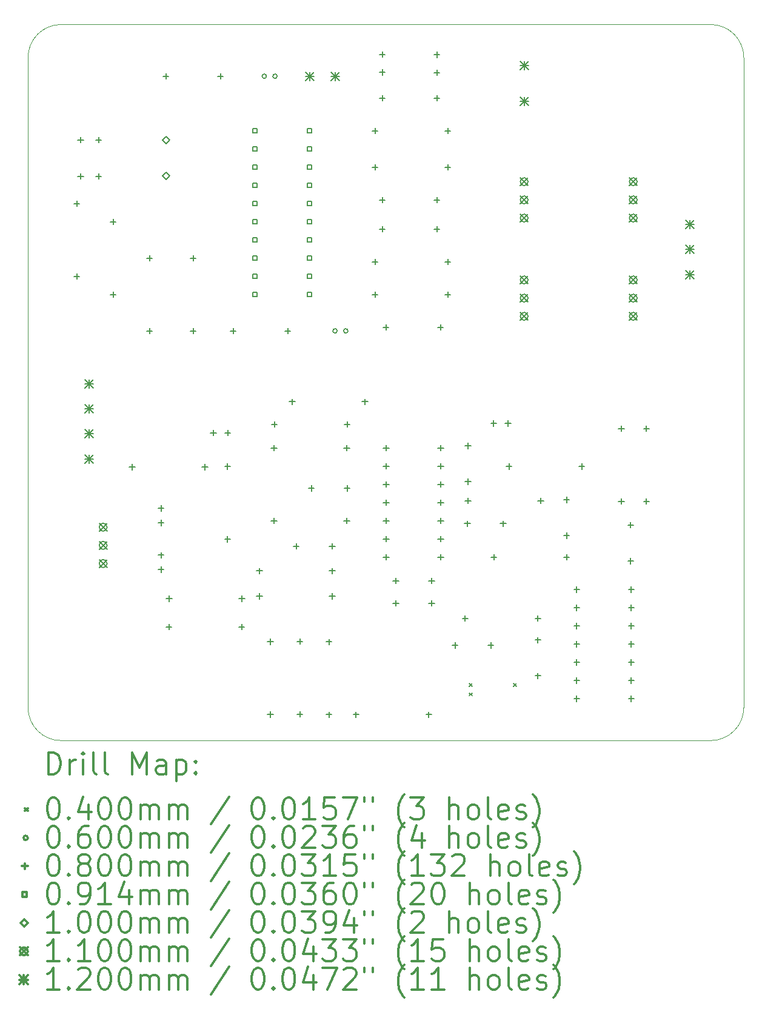
<source format=gbr>
%FSLAX45Y45*%
G04 Gerber Fmt 4.5, Leading zero omitted, Abs format (unit mm)*
G04 Created by KiCad (PCBNEW (5.1.10-1-10_14)) date 2021-09-13 20:57:13*
%MOMM*%
%LPD*%
G01*
G04 APERTURE LIST*
%TA.AperFunction,Profile*%
%ADD10C,0.050000*%
%TD*%
%ADD11C,0.200000*%
%ADD12C,0.300000*%
G04 APERTURE END LIST*
D10*
X5236760Y-4947440D02*
X5236760Y-14020320D01*
X5699040Y-14482600D02*
X14771920Y-14482600D01*
X15234200Y-14020320D02*
X15234200Y-4947440D01*
X14771920Y-4485160D02*
X5699040Y-4485160D01*
X5236760Y-4947440D02*
G75*
G02*
X5699040Y-4485160I462280J0D01*
G01*
X5699040Y-14482600D02*
G75*
G02*
X5236760Y-14020320I0J462280D01*
G01*
X15234200Y-14020320D02*
G75*
G02*
X14771920Y-14482600I-462280J0D01*
G01*
X14771920Y-4485160D02*
G75*
G02*
X15234200Y-4947440I0J-462280D01*
G01*
D11*
X11399840Y-13817920D02*
X11439840Y-13857920D01*
X11439840Y-13817920D02*
X11399840Y-13857920D01*
X11402380Y-13688380D02*
X11442380Y-13728380D01*
X11442380Y-13688380D02*
X11402380Y-13728380D01*
X12019600Y-13685840D02*
X12059600Y-13725840D01*
X12059600Y-13685840D02*
X12019600Y-13725840D01*
X8566800Y-5207000D02*
G75*
G03*
X8566800Y-5207000I-30000J0D01*
G01*
X8716800Y-5207000D02*
G75*
G03*
X8716800Y-5207000I-30000J0D01*
G01*
X9555000Y-8763000D02*
G75*
G03*
X9555000Y-8763000I-30000J0D01*
G01*
X9705000Y-8763000D02*
G75*
G03*
X9705000Y-8763000I-30000J0D01*
G01*
X5918200Y-6945000D02*
X5918200Y-7025000D01*
X5878200Y-6985000D02*
X5958200Y-6985000D01*
X5918200Y-7961000D02*
X5918200Y-8041000D01*
X5878200Y-8001000D02*
X5958200Y-8001000D01*
X5973000Y-6056000D02*
X5973000Y-6136000D01*
X5933000Y-6096000D02*
X6013000Y-6096000D01*
X5973000Y-6564000D02*
X5973000Y-6644000D01*
X5933000Y-6604000D02*
X6013000Y-6604000D01*
X6223000Y-6056000D02*
X6223000Y-6136000D01*
X6183000Y-6096000D02*
X6263000Y-6096000D01*
X6223000Y-6564000D02*
X6223000Y-6644000D01*
X6183000Y-6604000D02*
X6263000Y-6604000D01*
X6426200Y-7199000D02*
X6426200Y-7279000D01*
X6386200Y-7239000D02*
X6466200Y-7239000D01*
X6426200Y-8215000D02*
X6426200Y-8295000D01*
X6386200Y-8255000D02*
X6466200Y-8255000D01*
X6690360Y-10622920D02*
X6690360Y-10702920D01*
X6650360Y-10662920D02*
X6730360Y-10662920D01*
X6934200Y-7707000D02*
X6934200Y-7787000D01*
X6894200Y-7747000D02*
X6974200Y-7747000D01*
X6934200Y-8723000D02*
X6934200Y-8803000D01*
X6894200Y-8763000D02*
X6974200Y-8763000D01*
X7094220Y-11199500D02*
X7094220Y-11279500D01*
X7054220Y-11239500D02*
X7134220Y-11239500D01*
X7094220Y-11399500D02*
X7094220Y-11479500D01*
X7054220Y-11439500D02*
X7134220Y-11439500D01*
X7094220Y-11852940D02*
X7094220Y-11932940D01*
X7054220Y-11892940D02*
X7134220Y-11892940D01*
X7094220Y-12052940D02*
X7094220Y-12132940D01*
X7054220Y-12092940D02*
X7134220Y-12092940D01*
X7162800Y-5167000D02*
X7162800Y-5247000D01*
X7122800Y-5207000D02*
X7202800Y-5207000D01*
X7205980Y-12855580D02*
X7205980Y-12935580D01*
X7165980Y-12895580D02*
X7245980Y-12895580D01*
X7206800Y-12459440D02*
X7206800Y-12539440D01*
X7166800Y-12499440D02*
X7246800Y-12499440D01*
X7543800Y-7707000D02*
X7543800Y-7787000D01*
X7503800Y-7747000D02*
X7583800Y-7747000D01*
X7543800Y-8723000D02*
X7543800Y-8803000D01*
X7503800Y-8763000D02*
X7583800Y-8763000D01*
X7706360Y-10622920D02*
X7706360Y-10702920D01*
X7666360Y-10662920D02*
X7746360Y-10662920D01*
X7826400Y-10145400D02*
X7826400Y-10225400D01*
X7786400Y-10185400D02*
X7866400Y-10185400D01*
X7924800Y-5167000D02*
X7924800Y-5247000D01*
X7884800Y-5207000D02*
X7964800Y-5207000D01*
X8023860Y-10615300D02*
X8023860Y-10695300D01*
X7983860Y-10655300D02*
X8063860Y-10655300D01*
X8023860Y-11631300D02*
X8023860Y-11711300D01*
X7983860Y-11671300D02*
X8063860Y-11671300D01*
X8026400Y-10145400D02*
X8026400Y-10225400D01*
X7986400Y-10185400D02*
X8066400Y-10185400D01*
X8102600Y-8723000D02*
X8102600Y-8803000D01*
X8062600Y-8763000D02*
X8142600Y-8763000D01*
X8221980Y-12855580D02*
X8221980Y-12935580D01*
X8181980Y-12895580D02*
X8261980Y-12895580D01*
X8222800Y-12459440D02*
X8222800Y-12539440D01*
X8182800Y-12499440D02*
X8262800Y-12499440D01*
X8470900Y-12073260D02*
X8470900Y-12153260D01*
X8430900Y-12113260D02*
X8510900Y-12113260D01*
X8470900Y-12426320D02*
X8470900Y-12506320D01*
X8430900Y-12466320D02*
X8510900Y-12466320D01*
X8623300Y-13061320D02*
X8623300Y-13141320D01*
X8583300Y-13101320D02*
X8663300Y-13101320D01*
X8623300Y-14077320D02*
X8623300Y-14157320D01*
X8583300Y-14117320D02*
X8663300Y-14117320D01*
X8674100Y-10356220D02*
X8674100Y-10436220D01*
X8634100Y-10396220D02*
X8714100Y-10396220D01*
X8674100Y-11372220D02*
X8674100Y-11452220D01*
X8634100Y-11412220D02*
X8714100Y-11412220D01*
X8679180Y-10026020D02*
X8679180Y-10106020D01*
X8639180Y-10066020D02*
X8719180Y-10066020D01*
X8864600Y-8723000D02*
X8864600Y-8803000D01*
X8824600Y-8763000D02*
X8904600Y-8763000D01*
X8928100Y-9711060D02*
X8928100Y-9791060D01*
X8888100Y-9751060D02*
X8968100Y-9751060D01*
X8983980Y-11727820D02*
X8983980Y-11807820D01*
X8943980Y-11767820D02*
X9023980Y-11767820D01*
X9034780Y-13058780D02*
X9034780Y-13138780D01*
X8994780Y-13098780D02*
X9074780Y-13098780D01*
X9034780Y-14074780D02*
X9034780Y-14154780D01*
X8994780Y-14114780D02*
X9074780Y-14114780D01*
X9195180Y-10920100D02*
X9195180Y-11000100D01*
X9155180Y-10960100D02*
X9235180Y-10960100D01*
X9441180Y-13063860D02*
X9441180Y-13143860D01*
X9401180Y-13103860D02*
X9481180Y-13103860D01*
X9441180Y-14079860D02*
X9441180Y-14159860D01*
X9401180Y-14119860D02*
X9481180Y-14119860D01*
X9483980Y-11727820D02*
X9483980Y-11807820D01*
X9443980Y-11767820D02*
X9523980Y-11767820D01*
X9486900Y-12073260D02*
X9486900Y-12153260D01*
X9446900Y-12113260D02*
X9526900Y-12113260D01*
X9486900Y-12426320D02*
X9486900Y-12506320D01*
X9446900Y-12466320D02*
X9526900Y-12466320D01*
X9690100Y-10356220D02*
X9690100Y-10436220D01*
X9650100Y-10396220D02*
X9730100Y-10396220D01*
X9690100Y-11372220D02*
X9690100Y-11452220D01*
X9650100Y-11412220D02*
X9730100Y-11412220D01*
X9695180Y-10026020D02*
X9695180Y-10106020D01*
X9655180Y-10066020D02*
X9735180Y-10066020D01*
X9695180Y-10920100D02*
X9695180Y-11000100D01*
X9655180Y-10960100D02*
X9735180Y-10960100D01*
X9819640Y-14079860D02*
X9819640Y-14159860D01*
X9779640Y-14119860D02*
X9859640Y-14119860D01*
X9944100Y-9711060D02*
X9944100Y-9791060D01*
X9904100Y-9751060D02*
X9984100Y-9751060D01*
X10083800Y-5929000D02*
X10083800Y-6009000D01*
X10043800Y-5969000D02*
X10123800Y-5969000D01*
X10083800Y-6437000D02*
X10083800Y-6517000D01*
X10043800Y-6477000D02*
X10123800Y-6477000D01*
X10083800Y-7757800D02*
X10083800Y-7837800D01*
X10043800Y-7797800D02*
X10123800Y-7797800D01*
X10083800Y-8215000D02*
X10083800Y-8295000D01*
X10043800Y-8255000D02*
X10123800Y-8255000D01*
X10185400Y-4862200D02*
X10185400Y-4942200D01*
X10145400Y-4902200D02*
X10225400Y-4902200D01*
X10185400Y-5112200D02*
X10185400Y-5192200D01*
X10145400Y-5152200D02*
X10225400Y-5152200D01*
X10185400Y-5471800D02*
X10185400Y-5551800D01*
X10145400Y-5511800D02*
X10225400Y-5511800D01*
X10185400Y-6894200D02*
X10185400Y-6974200D01*
X10145400Y-6934200D02*
X10225400Y-6934200D01*
X10185400Y-7300600D02*
X10185400Y-7380600D01*
X10145400Y-7340600D02*
X10225400Y-7340600D01*
X10236200Y-8672200D02*
X10236200Y-8752200D01*
X10196200Y-8712200D02*
X10276200Y-8712200D01*
X10238740Y-10356220D02*
X10238740Y-10436220D01*
X10198740Y-10396220D02*
X10278740Y-10396220D01*
X10238740Y-10610220D02*
X10238740Y-10690220D01*
X10198740Y-10650220D02*
X10278740Y-10650220D01*
X10238740Y-10864220D02*
X10238740Y-10944220D01*
X10198740Y-10904220D02*
X10278740Y-10904220D01*
X10238740Y-11118220D02*
X10238740Y-11198220D01*
X10198740Y-11158220D02*
X10278740Y-11158220D01*
X10238740Y-11372220D02*
X10238740Y-11452220D01*
X10198740Y-11412220D02*
X10278740Y-11412220D01*
X10238740Y-11626220D02*
X10238740Y-11706220D01*
X10198740Y-11666220D02*
X10278740Y-11666220D01*
X10238740Y-11880220D02*
X10238740Y-11960220D01*
X10198740Y-11920220D02*
X10278740Y-11920220D01*
X10373740Y-12210420D02*
X10373740Y-12290420D01*
X10333740Y-12250420D02*
X10413740Y-12250420D01*
X10375900Y-12525380D02*
X10375900Y-12605380D01*
X10335900Y-12565380D02*
X10415900Y-12565380D01*
X10835640Y-14079860D02*
X10835640Y-14159860D01*
X10795640Y-14119860D02*
X10875640Y-14119860D01*
X10873740Y-12210420D02*
X10873740Y-12290420D01*
X10833740Y-12250420D02*
X10913740Y-12250420D01*
X10875900Y-12525380D02*
X10875900Y-12605380D01*
X10835900Y-12565380D02*
X10915900Y-12565380D01*
X10947400Y-4866200D02*
X10947400Y-4946200D01*
X10907400Y-4906200D02*
X10987400Y-4906200D01*
X10947400Y-5116200D02*
X10947400Y-5196200D01*
X10907400Y-5156200D02*
X10987400Y-5156200D01*
X10947400Y-5471800D02*
X10947400Y-5551800D01*
X10907400Y-5511800D02*
X10987400Y-5511800D01*
X10947400Y-6894200D02*
X10947400Y-6974200D01*
X10907400Y-6934200D02*
X10987400Y-6934200D01*
X10947400Y-7300600D02*
X10947400Y-7380600D01*
X10907400Y-7340600D02*
X10987400Y-7340600D01*
X10998200Y-8672200D02*
X10998200Y-8752200D01*
X10958200Y-8712200D02*
X11038200Y-8712200D01*
X11000740Y-10356220D02*
X11000740Y-10436220D01*
X10960740Y-10396220D02*
X11040740Y-10396220D01*
X11000740Y-10610220D02*
X11000740Y-10690220D01*
X10960740Y-10650220D02*
X11040740Y-10650220D01*
X11000740Y-10864220D02*
X11000740Y-10944220D01*
X10960740Y-10904220D02*
X11040740Y-10904220D01*
X11000740Y-11118220D02*
X11000740Y-11198220D01*
X10960740Y-11158220D02*
X11040740Y-11158220D01*
X11000740Y-11372220D02*
X11000740Y-11452220D01*
X10960740Y-11412220D02*
X11040740Y-11412220D01*
X11000740Y-11626220D02*
X11000740Y-11706220D01*
X10960740Y-11666220D02*
X11040740Y-11666220D01*
X11000740Y-11880220D02*
X11000740Y-11960220D01*
X10960740Y-11920220D02*
X11040740Y-11920220D01*
X11099800Y-5929000D02*
X11099800Y-6009000D01*
X11059800Y-5969000D02*
X11139800Y-5969000D01*
X11099800Y-6437000D02*
X11099800Y-6517000D01*
X11059800Y-6477000D02*
X11139800Y-6477000D01*
X11099800Y-7757800D02*
X11099800Y-7837800D01*
X11059800Y-7797800D02*
X11139800Y-7797800D01*
X11099800Y-8215000D02*
X11099800Y-8295000D01*
X11059800Y-8255000D02*
X11139800Y-8255000D01*
X11201400Y-13112120D02*
X11201400Y-13192120D01*
X11161400Y-13152120D02*
X11241400Y-13152120D01*
X11343640Y-12736200D02*
X11343640Y-12816200D01*
X11303640Y-12776200D02*
X11383640Y-12776200D01*
X11374500Y-11412860D02*
X11374500Y-11492860D01*
X11334500Y-11452860D02*
X11414500Y-11452860D01*
X11381740Y-10325740D02*
X11381740Y-10405740D01*
X11341740Y-10365740D02*
X11421740Y-10365740D01*
X11381740Y-10825740D02*
X11381740Y-10905740D01*
X11341740Y-10865740D02*
X11421740Y-10865740D01*
X11381740Y-11092820D02*
X11381740Y-11172820D01*
X11341740Y-11132820D02*
X11421740Y-11132820D01*
X11701400Y-13112120D02*
X11701400Y-13192120D01*
X11661400Y-13152120D02*
X11741400Y-13152120D01*
X11739880Y-10013320D02*
X11739880Y-10093320D01*
X11699880Y-10053320D02*
X11779880Y-10053320D01*
X11742420Y-11880220D02*
X11742420Y-11960220D01*
X11702420Y-11920220D02*
X11782420Y-11920220D01*
X11874500Y-11412860D02*
X11874500Y-11492860D01*
X11834500Y-11452860D02*
X11914500Y-11452860D01*
X11939880Y-10013320D02*
X11939880Y-10093320D01*
X11899880Y-10053320D02*
X11979880Y-10053320D01*
X11955780Y-10615300D02*
X11955780Y-10695300D01*
X11915780Y-10655300D02*
X11995780Y-10655300D01*
X12359640Y-12736200D02*
X12359640Y-12816200D01*
X12319640Y-12776200D02*
X12399640Y-12776200D01*
X12359640Y-13038840D02*
X12359640Y-13118840D01*
X12319640Y-13078840D02*
X12399640Y-13078840D01*
X12359640Y-13538840D02*
X12359640Y-13618840D01*
X12319640Y-13578840D02*
X12399640Y-13578840D01*
X12397740Y-11092820D02*
X12397740Y-11172820D01*
X12357740Y-11132820D02*
X12437740Y-11132820D01*
X12758420Y-11080500D02*
X12758420Y-11160500D01*
X12718420Y-11120500D02*
X12798420Y-11120500D01*
X12758420Y-11580500D02*
X12758420Y-11660500D01*
X12718420Y-11620500D02*
X12798420Y-11620500D01*
X12758420Y-11880220D02*
X12758420Y-11960220D01*
X12718420Y-11920220D02*
X12798420Y-11920220D01*
X12900660Y-12332340D02*
X12900660Y-12412340D01*
X12860660Y-12372340D02*
X12940660Y-12372340D01*
X12900660Y-12586340D02*
X12900660Y-12666340D01*
X12860660Y-12626340D02*
X12940660Y-12626340D01*
X12900660Y-12840340D02*
X12900660Y-12920340D01*
X12860660Y-12880340D02*
X12940660Y-12880340D01*
X12900660Y-13094340D02*
X12900660Y-13174340D01*
X12860660Y-13134340D02*
X12940660Y-13134340D01*
X12900660Y-13348340D02*
X12900660Y-13428340D01*
X12860660Y-13388340D02*
X12940660Y-13388340D01*
X12900660Y-13602340D02*
X12900660Y-13682340D01*
X12860660Y-13642340D02*
X12940660Y-13642340D01*
X12900660Y-13856340D02*
X12900660Y-13936340D01*
X12860660Y-13896340D02*
X12940660Y-13896340D01*
X12971780Y-10615300D02*
X12971780Y-10695300D01*
X12931780Y-10655300D02*
X13011780Y-10655300D01*
X13522960Y-10086980D02*
X13522960Y-10166980D01*
X13482960Y-10126980D02*
X13562960Y-10126980D01*
X13522960Y-11102980D02*
X13522960Y-11182980D01*
X13482960Y-11142980D02*
X13562960Y-11142980D01*
X13655040Y-11433180D02*
X13655040Y-11513180D01*
X13615040Y-11473180D02*
X13695040Y-11473180D01*
X13655040Y-11933180D02*
X13655040Y-12013180D01*
X13615040Y-11973180D02*
X13695040Y-11973180D01*
X13662660Y-12332340D02*
X13662660Y-12412340D01*
X13622660Y-12372340D02*
X13702660Y-12372340D01*
X13662660Y-12586340D02*
X13662660Y-12666340D01*
X13622660Y-12626340D02*
X13702660Y-12626340D01*
X13662660Y-12840340D02*
X13662660Y-12920340D01*
X13622660Y-12880340D02*
X13702660Y-12880340D01*
X13662660Y-13094340D02*
X13662660Y-13174340D01*
X13622660Y-13134340D02*
X13702660Y-13134340D01*
X13662660Y-13348340D02*
X13662660Y-13428340D01*
X13622660Y-13388340D02*
X13702660Y-13388340D01*
X13662660Y-13602340D02*
X13662660Y-13682340D01*
X13622660Y-13642340D02*
X13702660Y-13642340D01*
X13662660Y-13856340D02*
X13662660Y-13936340D01*
X13622660Y-13896340D02*
X13702660Y-13896340D01*
X13873480Y-10086980D02*
X13873480Y-10166980D01*
X13833480Y-10126980D02*
X13913480Y-10126980D01*
X13873480Y-11102980D02*
X13873480Y-11182980D01*
X13833480Y-11142980D02*
X13913480Y-11142980D01*
X8439729Y-6001329D02*
X8439729Y-5936671D01*
X8375071Y-5936671D01*
X8375071Y-6001329D01*
X8439729Y-6001329D01*
X8439729Y-6255329D02*
X8439729Y-6190671D01*
X8375071Y-6190671D01*
X8375071Y-6255329D01*
X8439729Y-6255329D01*
X8439729Y-6509329D02*
X8439729Y-6444671D01*
X8375071Y-6444671D01*
X8375071Y-6509329D01*
X8439729Y-6509329D01*
X8439729Y-6763329D02*
X8439729Y-6698671D01*
X8375071Y-6698671D01*
X8375071Y-6763329D01*
X8439729Y-6763329D01*
X8439729Y-7017329D02*
X8439729Y-6952671D01*
X8375071Y-6952671D01*
X8375071Y-7017329D01*
X8439729Y-7017329D01*
X8439729Y-7271329D02*
X8439729Y-7206671D01*
X8375071Y-7206671D01*
X8375071Y-7271329D01*
X8439729Y-7271329D01*
X8439729Y-7525329D02*
X8439729Y-7460671D01*
X8375071Y-7460671D01*
X8375071Y-7525329D01*
X8439729Y-7525329D01*
X8439729Y-7779329D02*
X8439729Y-7714671D01*
X8375071Y-7714671D01*
X8375071Y-7779329D01*
X8439729Y-7779329D01*
X8439729Y-8033329D02*
X8439729Y-7968671D01*
X8375071Y-7968671D01*
X8375071Y-8033329D01*
X8439729Y-8033329D01*
X8439729Y-8287329D02*
X8439729Y-8222671D01*
X8375071Y-8222671D01*
X8375071Y-8287329D01*
X8439729Y-8287329D01*
X9201729Y-6001329D02*
X9201729Y-5936671D01*
X9137071Y-5936671D01*
X9137071Y-6001329D01*
X9201729Y-6001329D01*
X9201729Y-6255329D02*
X9201729Y-6190671D01*
X9137071Y-6190671D01*
X9137071Y-6255329D01*
X9201729Y-6255329D01*
X9201729Y-6509329D02*
X9201729Y-6444671D01*
X9137071Y-6444671D01*
X9137071Y-6509329D01*
X9201729Y-6509329D01*
X9201729Y-6763329D02*
X9201729Y-6698671D01*
X9137071Y-6698671D01*
X9137071Y-6763329D01*
X9201729Y-6763329D01*
X9201729Y-7017329D02*
X9201729Y-6952671D01*
X9137071Y-6952671D01*
X9137071Y-7017329D01*
X9201729Y-7017329D01*
X9201729Y-7271329D02*
X9201729Y-7206671D01*
X9137071Y-7206671D01*
X9137071Y-7271329D01*
X9201729Y-7271329D01*
X9201729Y-7525329D02*
X9201729Y-7460671D01*
X9137071Y-7460671D01*
X9137071Y-7525329D01*
X9201729Y-7525329D01*
X9201729Y-7779329D02*
X9201729Y-7714671D01*
X9137071Y-7714671D01*
X9137071Y-7779329D01*
X9201729Y-7779329D01*
X9201729Y-8033329D02*
X9201729Y-7968671D01*
X9137071Y-7968671D01*
X9137071Y-8033329D01*
X9201729Y-8033329D01*
X9201729Y-8287329D02*
X9201729Y-8222671D01*
X9137071Y-8222671D01*
X9137071Y-8287329D01*
X9201729Y-8287329D01*
X7162800Y-6146000D02*
X7212800Y-6096000D01*
X7162800Y-6046000D01*
X7112800Y-6096000D01*
X7162800Y-6146000D01*
X7162800Y-6646000D02*
X7212800Y-6596000D01*
X7162800Y-6546000D01*
X7112800Y-6596000D01*
X7162800Y-6646000D01*
X6231500Y-11448660D02*
X6341500Y-11558660D01*
X6341500Y-11448660D02*
X6231500Y-11558660D01*
X6341500Y-11503660D02*
G75*
G03*
X6341500Y-11503660I-55000J0D01*
G01*
X6231500Y-11702660D02*
X6341500Y-11812660D01*
X6341500Y-11702660D02*
X6231500Y-11812660D01*
X6341500Y-11757660D02*
G75*
G03*
X6341500Y-11757660I-55000J0D01*
G01*
X6231500Y-11956660D02*
X6341500Y-12066660D01*
X6341500Y-11956660D02*
X6231500Y-12066660D01*
X6341500Y-12011660D02*
G75*
G03*
X6341500Y-12011660I-55000J0D01*
G01*
X12111600Y-6625200D02*
X12221600Y-6735200D01*
X12221600Y-6625200D02*
X12111600Y-6735200D01*
X12221600Y-6680200D02*
G75*
G03*
X12221600Y-6680200I-55000J0D01*
G01*
X12111600Y-6879200D02*
X12221600Y-6989200D01*
X12221600Y-6879200D02*
X12111600Y-6989200D01*
X12221600Y-6934200D02*
G75*
G03*
X12221600Y-6934200I-55000J0D01*
G01*
X12111600Y-7133200D02*
X12221600Y-7243200D01*
X12221600Y-7133200D02*
X12111600Y-7243200D01*
X12221600Y-7188200D02*
G75*
G03*
X12221600Y-7188200I-55000J0D01*
G01*
X12111600Y-7996800D02*
X12221600Y-8106800D01*
X12221600Y-7996800D02*
X12111600Y-8106800D01*
X12221600Y-8051800D02*
G75*
G03*
X12221600Y-8051800I-55000J0D01*
G01*
X12111600Y-8250800D02*
X12221600Y-8360800D01*
X12221600Y-8250800D02*
X12111600Y-8360800D01*
X12221600Y-8305800D02*
G75*
G03*
X12221600Y-8305800I-55000J0D01*
G01*
X12111600Y-8504800D02*
X12221600Y-8614800D01*
X12221600Y-8504800D02*
X12111600Y-8614800D01*
X12221600Y-8559800D02*
G75*
G03*
X12221600Y-8559800I-55000J0D01*
G01*
X13635600Y-6625200D02*
X13745600Y-6735200D01*
X13745600Y-6625200D02*
X13635600Y-6735200D01*
X13745600Y-6680200D02*
G75*
G03*
X13745600Y-6680200I-55000J0D01*
G01*
X13635600Y-6879200D02*
X13745600Y-6989200D01*
X13745600Y-6879200D02*
X13635600Y-6989200D01*
X13745600Y-6934200D02*
G75*
G03*
X13745600Y-6934200I-55000J0D01*
G01*
X13635600Y-7133200D02*
X13745600Y-7243200D01*
X13745600Y-7133200D02*
X13635600Y-7243200D01*
X13745600Y-7188200D02*
G75*
G03*
X13745600Y-7188200I-55000J0D01*
G01*
X13635600Y-7996800D02*
X13745600Y-8106800D01*
X13745600Y-7996800D02*
X13635600Y-8106800D01*
X13745600Y-8051800D02*
G75*
G03*
X13745600Y-8051800I-55000J0D01*
G01*
X13635600Y-8250800D02*
X13745600Y-8360800D01*
X13745600Y-8250800D02*
X13635600Y-8360800D01*
X13745600Y-8305800D02*
G75*
G03*
X13745600Y-8305800I-55000J0D01*
G01*
X13635600Y-8504800D02*
X13745600Y-8614800D01*
X13745600Y-8504800D02*
X13635600Y-8614800D01*
X13745600Y-8559800D02*
G75*
G03*
X13745600Y-8559800I-55000J0D01*
G01*
X6033460Y-9439600D02*
X6153460Y-9559600D01*
X6153460Y-9439600D02*
X6033460Y-9559600D01*
X6093460Y-9439600D02*
X6093460Y-9559600D01*
X6033460Y-9499600D02*
X6153460Y-9499600D01*
X6033460Y-9789600D02*
X6153460Y-9909600D01*
X6153460Y-9789600D02*
X6033460Y-9909600D01*
X6093460Y-9789600D02*
X6093460Y-9909600D01*
X6033460Y-9849600D02*
X6153460Y-9849600D01*
X6033460Y-10139600D02*
X6153460Y-10259600D01*
X6153460Y-10139600D02*
X6033460Y-10259600D01*
X6093460Y-10139600D02*
X6093460Y-10259600D01*
X6033460Y-10199600D02*
X6153460Y-10199600D01*
X6033460Y-10489600D02*
X6153460Y-10609600D01*
X6153460Y-10489600D02*
X6033460Y-10609600D01*
X6093460Y-10489600D02*
X6093460Y-10609600D01*
X6033460Y-10549600D02*
X6153460Y-10549600D01*
X9115000Y-5147000D02*
X9235000Y-5267000D01*
X9235000Y-5147000D02*
X9115000Y-5267000D01*
X9175000Y-5147000D02*
X9175000Y-5267000D01*
X9115000Y-5207000D02*
X9235000Y-5207000D01*
X9465000Y-5147000D02*
X9585000Y-5267000D01*
X9585000Y-5147000D02*
X9465000Y-5267000D01*
X9525000Y-5147000D02*
X9525000Y-5267000D01*
X9465000Y-5207000D02*
X9585000Y-5207000D01*
X12106600Y-4994600D02*
X12226600Y-5114600D01*
X12226600Y-4994600D02*
X12106600Y-5114600D01*
X12166600Y-4994600D02*
X12166600Y-5114600D01*
X12106600Y-5054600D02*
X12226600Y-5054600D01*
X12106600Y-5494600D02*
X12226600Y-5614600D01*
X12226600Y-5494600D02*
X12106600Y-5614600D01*
X12166600Y-5494600D02*
X12166600Y-5614600D01*
X12106600Y-5554600D02*
X12226600Y-5554600D01*
X14418000Y-7215600D02*
X14538000Y-7335600D01*
X14538000Y-7215600D02*
X14418000Y-7335600D01*
X14478000Y-7215600D02*
X14478000Y-7335600D01*
X14418000Y-7275600D02*
X14538000Y-7275600D01*
X14418000Y-7565600D02*
X14538000Y-7685600D01*
X14538000Y-7565600D02*
X14418000Y-7685600D01*
X14478000Y-7565600D02*
X14478000Y-7685600D01*
X14418000Y-7625600D02*
X14538000Y-7625600D01*
X14418000Y-7915600D02*
X14538000Y-8035600D01*
X14538000Y-7915600D02*
X14418000Y-8035600D01*
X14478000Y-7915600D02*
X14478000Y-8035600D01*
X14418000Y-7975600D02*
X14538000Y-7975600D01*
D12*
X5520688Y-14950814D02*
X5520688Y-14650814D01*
X5592117Y-14650814D01*
X5634974Y-14665100D01*
X5663546Y-14693671D01*
X5677831Y-14722243D01*
X5692117Y-14779386D01*
X5692117Y-14822243D01*
X5677831Y-14879386D01*
X5663546Y-14907957D01*
X5634974Y-14936529D01*
X5592117Y-14950814D01*
X5520688Y-14950814D01*
X5820688Y-14950814D02*
X5820688Y-14750814D01*
X5820688Y-14807957D02*
X5834974Y-14779386D01*
X5849260Y-14765100D01*
X5877831Y-14750814D01*
X5906403Y-14750814D01*
X6006403Y-14950814D02*
X6006403Y-14750814D01*
X6006403Y-14650814D02*
X5992117Y-14665100D01*
X6006403Y-14679386D01*
X6020688Y-14665100D01*
X6006403Y-14650814D01*
X6006403Y-14679386D01*
X6192117Y-14950814D02*
X6163546Y-14936529D01*
X6149260Y-14907957D01*
X6149260Y-14650814D01*
X6349260Y-14950814D02*
X6320688Y-14936529D01*
X6306403Y-14907957D01*
X6306403Y-14650814D01*
X6692117Y-14950814D02*
X6692117Y-14650814D01*
X6792117Y-14865100D01*
X6892117Y-14650814D01*
X6892117Y-14950814D01*
X7163546Y-14950814D02*
X7163546Y-14793671D01*
X7149260Y-14765100D01*
X7120688Y-14750814D01*
X7063546Y-14750814D01*
X7034974Y-14765100D01*
X7163546Y-14936529D02*
X7134974Y-14950814D01*
X7063546Y-14950814D01*
X7034974Y-14936529D01*
X7020688Y-14907957D01*
X7020688Y-14879386D01*
X7034974Y-14850814D01*
X7063546Y-14836529D01*
X7134974Y-14836529D01*
X7163546Y-14822243D01*
X7306403Y-14750814D02*
X7306403Y-15050814D01*
X7306403Y-14765100D02*
X7334974Y-14750814D01*
X7392117Y-14750814D01*
X7420688Y-14765100D01*
X7434974Y-14779386D01*
X7449260Y-14807957D01*
X7449260Y-14893671D01*
X7434974Y-14922243D01*
X7420688Y-14936529D01*
X7392117Y-14950814D01*
X7334974Y-14950814D01*
X7306403Y-14936529D01*
X7577831Y-14922243D02*
X7592117Y-14936529D01*
X7577831Y-14950814D01*
X7563546Y-14936529D01*
X7577831Y-14922243D01*
X7577831Y-14950814D01*
X7577831Y-14765100D02*
X7592117Y-14779386D01*
X7577831Y-14793671D01*
X7563546Y-14779386D01*
X7577831Y-14765100D01*
X7577831Y-14793671D01*
X5194260Y-15425100D02*
X5234260Y-15465100D01*
X5234260Y-15425100D02*
X5194260Y-15465100D01*
X5577831Y-15280814D02*
X5606403Y-15280814D01*
X5634974Y-15295100D01*
X5649260Y-15309386D01*
X5663546Y-15337957D01*
X5677831Y-15395100D01*
X5677831Y-15466529D01*
X5663546Y-15523671D01*
X5649260Y-15552243D01*
X5634974Y-15566529D01*
X5606403Y-15580814D01*
X5577831Y-15580814D01*
X5549260Y-15566529D01*
X5534974Y-15552243D01*
X5520688Y-15523671D01*
X5506403Y-15466529D01*
X5506403Y-15395100D01*
X5520688Y-15337957D01*
X5534974Y-15309386D01*
X5549260Y-15295100D01*
X5577831Y-15280814D01*
X5806403Y-15552243D02*
X5820688Y-15566529D01*
X5806403Y-15580814D01*
X5792117Y-15566529D01*
X5806403Y-15552243D01*
X5806403Y-15580814D01*
X6077831Y-15380814D02*
X6077831Y-15580814D01*
X6006403Y-15266529D02*
X5934974Y-15480814D01*
X6120688Y-15480814D01*
X6292117Y-15280814D02*
X6320688Y-15280814D01*
X6349260Y-15295100D01*
X6363546Y-15309386D01*
X6377831Y-15337957D01*
X6392117Y-15395100D01*
X6392117Y-15466529D01*
X6377831Y-15523671D01*
X6363546Y-15552243D01*
X6349260Y-15566529D01*
X6320688Y-15580814D01*
X6292117Y-15580814D01*
X6263546Y-15566529D01*
X6249260Y-15552243D01*
X6234974Y-15523671D01*
X6220688Y-15466529D01*
X6220688Y-15395100D01*
X6234974Y-15337957D01*
X6249260Y-15309386D01*
X6263546Y-15295100D01*
X6292117Y-15280814D01*
X6577831Y-15280814D02*
X6606403Y-15280814D01*
X6634974Y-15295100D01*
X6649260Y-15309386D01*
X6663546Y-15337957D01*
X6677831Y-15395100D01*
X6677831Y-15466529D01*
X6663546Y-15523671D01*
X6649260Y-15552243D01*
X6634974Y-15566529D01*
X6606403Y-15580814D01*
X6577831Y-15580814D01*
X6549260Y-15566529D01*
X6534974Y-15552243D01*
X6520688Y-15523671D01*
X6506403Y-15466529D01*
X6506403Y-15395100D01*
X6520688Y-15337957D01*
X6534974Y-15309386D01*
X6549260Y-15295100D01*
X6577831Y-15280814D01*
X6806403Y-15580814D02*
X6806403Y-15380814D01*
X6806403Y-15409386D02*
X6820688Y-15395100D01*
X6849260Y-15380814D01*
X6892117Y-15380814D01*
X6920688Y-15395100D01*
X6934974Y-15423671D01*
X6934974Y-15580814D01*
X6934974Y-15423671D02*
X6949260Y-15395100D01*
X6977831Y-15380814D01*
X7020688Y-15380814D01*
X7049260Y-15395100D01*
X7063546Y-15423671D01*
X7063546Y-15580814D01*
X7206403Y-15580814D02*
X7206403Y-15380814D01*
X7206403Y-15409386D02*
X7220688Y-15395100D01*
X7249260Y-15380814D01*
X7292117Y-15380814D01*
X7320688Y-15395100D01*
X7334974Y-15423671D01*
X7334974Y-15580814D01*
X7334974Y-15423671D02*
X7349260Y-15395100D01*
X7377831Y-15380814D01*
X7420688Y-15380814D01*
X7449260Y-15395100D01*
X7463546Y-15423671D01*
X7463546Y-15580814D01*
X8049260Y-15266529D02*
X7792117Y-15652243D01*
X8434974Y-15280814D02*
X8463546Y-15280814D01*
X8492117Y-15295100D01*
X8506403Y-15309386D01*
X8520688Y-15337957D01*
X8534974Y-15395100D01*
X8534974Y-15466529D01*
X8520688Y-15523671D01*
X8506403Y-15552243D01*
X8492117Y-15566529D01*
X8463546Y-15580814D01*
X8434974Y-15580814D01*
X8406403Y-15566529D01*
X8392117Y-15552243D01*
X8377831Y-15523671D01*
X8363546Y-15466529D01*
X8363546Y-15395100D01*
X8377831Y-15337957D01*
X8392117Y-15309386D01*
X8406403Y-15295100D01*
X8434974Y-15280814D01*
X8663546Y-15552243D02*
X8677831Y-15566529D01*
X8663546Y-15580814D01*
X8649260Y-15566529D01*
X8663546Y-15552243D01*
X8663546Y-15580814D01*
X8863546Y-15280814D02*
X8892117Y-15280814D01*
X8920688Y-15295100D01*
X8934974Y-15309386D01*
X8949260Y-15337957D01*
X8963546Y-15395100D01*
X8963546Y-15466529D01*
X8949260Y-15523671D01*
X8934974Y-15552243D01*
X8920688Y-15566529D01*
X8892117Y-15580814D01*
X8863546Y-15580814D01*
X8834974Y-15566529D01*
X8820688Y-15552243D01*
X8806403Y-15523671D01*
X8792117Y-15466529D01*
X8792117Y-15395100D01*
X8806403Y-15337957D01*
X8820688Y-15309386D01*
X8834974Y-15295100D01*
X8863546Y-15280814D01*
X9249260Y-15580814D02*
X9077831Y-15580814D01*
X9163546Y-15580814D02*
X9163546Y-15280814D01*
X9134974Y-15323671D01*
X9106403Y-15352243D01*
X9077831Y-15366529D01*
X9520688Y-15280814D02*
X9377831Y-15280814D01*
X9363546Y-15423671D01*
X9377831Y-15409386D01*
X9406403Y-15395100D01*
X9477831Y-15395100D01*
X9506403Y-15409386D01*
X9520688Y-15423671D01*
X9534974Y-15452243D01*
X9534974Y-15523671D01*
X9520688Y-15552243D01*
X9506403Y-15566529D01*
X9477831Y-15580814D01*
X9406403Y-15580814D01*
X9377831Y-15566529D01*
X9363546Y-15552243D01*
X9634974Y-15280814D02*
X9834974Y-15280814D01*
X9706403Y-15580814D01*
X9934974Y-15280814D02*
X9934974Y-15337957D01*
X10049260Y-15280814D02*
X10049260Y-15337957D01*
X10492117Y-15695100D02*
X10477831Y-15680814D01*
X10449260Y-15637957D01*
X10434974Y-15609386D01*
X10420688Y-15566529D01*
X10406403Y-15495100D01*
X10406403Y-15437957D01*
X10420688Y-15366529D01*
X10434974Y-15323671D01*
X10449260Y-15295100D01*
X10477831Y-15252243D01*
X10492117Y-15237957D01*
X10577831Y-15280814D02*
X10763546Y-15280814D01*
X10663546Y-15395100D01*
X10706403Y-15395100D01*
X10734974Y-15409386D01*
X10749260Y-15423671D01*
X10763546Y-15452243D01*
X10763546Y-15523671D01*
X10749260Y-15552243D01*
X10734974Y-15566529D01*
X10706403Y-15580814D01*
X10620688Y-15580814D01*
X10592117Y-15566529D01*
X10577831Y-15552243D01*
X11120688Y-15580814D02*
X11120688Y-15280814D01*
X11249260Y-15580814D02*
X11249260Y-15423671D01*
X11234974Y-15395100D01*
X11206403Y-15380814D01*
X11163546Y-15380814D01*
X11134974Y-15395100D01*
X11120688Y-15409386D01*
X11434974Y-15580814D02*
X11406403Y-15566529D01*
X11392117Y-15552243D01*
X11377831Y-15523671D01*
X11377831Y-15437957D01*
X11392117Y-15409386D01*
X11406403Y-15395100D01*
X11434974Y-15380814D01*
X11477831Y-15380814D01*
X11506403Y-15395100D01*
X11520688Y-15409386D01*
X11534974Y-15437957D01*
X11534974Y-15523671D01*
X11520688Y-15552243D01*
X11506403Y-15566529D01*
X11477831Y-15580814D01*
X11434974Y-15580814D01*
X11706403Y-15580814D02*
X11677831Y-15566529D01*
X11663546Y-15537957D01*
X11663546Y-15280814D01*
X11934974Y-15566529D02*
X11906403Y-15580814D01*
X11849260Y-15580814D01*
X11820688Y-15566529D01*
X11806403Y-15537957D01*
X11806403Y-15423671D01*
X11820688Y-15395100D01*
X11849260Y-15380814D01*
X11906403Y-15380814D01*
X11934974Y-15395100D01*
X11949260Y-15423671D01*
X11949260Y-15452243D01*
X11806403Y-15480814D01*
X12063546Y-15566529D02*
X12092117Y-15580814D01*
X12149260Y-15580814D01*
X12177831Y-15566529D01*
X12192117Y-15537957D01*
X12192117Y-15523671D01*
X12177831Y-15495100D01*
X12149260Y-15480814D01*
X12106403Y-15480814D01*
X12077831Y-15466529D01*
X12063546Y-15437957D01*
X12063546Y-15423671D01*
X12077831Y-15395100D01*
X12106403Y-15380814D01*
X12149260Y-15380814D01*
X12177831Y-15395100D01*
X12292117Y-15695100D02*
X12306403Y-15680814D01*
X12334974Y-15637957D01*
X12349260Y-15609386D01*
X12363546Y-15566529D01*
X12377831Y-15495100D01*
X12377831Y-15437957D01*
X12363546Y-15366529D01*
X12349260Y-15323671D01*
X12334974Y-15295100D01*
X12306403Y-15252243D01*
X12292117Y-15237957D01*
X5234260Y-15841100D02*
G75*
G03*
X5234260Y-15841100I-30000J0D01*
G01*
X5577831Y-15676814D02*
X5606403Y-15676814D01*
X5634974Y-15691100D01*
X5649260Y-15705386D01*
X5663546Y-15733957D01*
X5677831Y-15791100D01*
X5677831Y-15862529D01*
X5663546Y-15919671D01*
X5649260Y-15948243D01*
X5634974Y-15962529D01*
X5606403Y-15976814D01*
X5577831Y-15976814D01*
X5549260Y-15962529D01*
X5534974Y-15948243D01*
X5520688Y-15919671D01*
X5506403Y-15862529D01*
X5506403Y-15791100D01*
X5520688Y-15733957D01*
X5534974Y-15705386D01*
X5549260Y-15691100D01*
X5577831Y-15676814D01*
X5806403Y-15948243D02*
X5820688Y-15962529D01*
X5806403Y-15976814D01*
X5792117Y-15962529D01*
X5806403Y-15948243D01*
X5806403Y-15976814D01*
X6077831Y-15676814D02*
X6020688Y-15676814D01*
X5992117Y-15691100D01*
X5977831Y-15705386D01*
X5949260Y-15748243D01*
X5934974Y-15805386D01*
X5934974Y-15919671D01*
X5949260Y-15948243D01*
X5963546Y-15962529D01*
X5992117Y-15976814D01*
X6049260Y-15976814D01*
X6077831Y-15962529D01*
X6092117Y-15948243D01*
X6106403Y-15919671D01*
X6106403Y-15848243D01*
X6092117Y-15819671D01*
X6077831Y-15805386D01*
X6049260Y-15791100D01*
X5992117Y-15791100D01*
X5963546Y-15805386D01*
X5949260Y-15819671D01*
X5934974Y-15848243D01*
X6292117Y-15676814D02*
X6320688Y-15676814D01*
X6349260Y-15691100D01*
X6363546Y-15705386D01*
X6377831Y-15733957D01*
X6392117Y-15791100D01*
X6392117Y-15862529D01*
X6377831Y-15919671D01*
X6363546Y-15948243D01*
X6349260Y-15962529D01*
X6320688Y-15976814D01*
X6292117Y-15976814D01*
X6263546Y-15962529D01*
X6249260Y-15948243D01*
X6234974Y-15919671D01*
X6220688Y-15862529D01*
X6220688Y-15791100D01*
X6234974Y-15733957D01*
X6249260Y-15705386D01*
X6263546Y-15691100D01*
X6292117Y-15676814D01*
X6577831Y-15676814D02*
X6606403Y-15676814D01*
X6634974Y-15691100D01*
X6649260Y-15705386D01*
X6663546Y-15733957D01*
X6677831Y-15791100D01*
X6677831Y-15862529D01*
X6663546Y-15919671D01*
X6649260Y-15948243D01*
X6634974Y-15962529D01*
X6606403Y-15976814D01*
X6577831Y-15976814D01*
X6549260Y-15962529D01*
X6534974Y-15948243D01*
X6520688Y-15919671D01*
X6506403Y-15862529D01*
X6506403Y-15791100D01*
X6520688Y-15733957D01*
X6534974Y-15705386D01*
X6549260Y-15691100D01*
X6577831Y-15676814D01*
X6806403Y-15976814D02*
X6806403Y-15776814D01*
X6806403Y-15805386D02*
X6820688Y-15791100D01*
X6849260Y-15776814D01*
X6892117Y-15776814D01*
X6920688Y-15791100D01*
X6934974Y-15819671D01*
X6934974Y-15976814D01*
X6934974Y-15819671D02*
X6949260Y-15791100D01*
X6977831Y-15776814D01*
X7020688Y-15776814D01*
X7049260Y-15791100D01*
X7063546Y-15819671D01*
X7063546Y-15976814D01*
X7206403Y-15976814D02*
X7206403Y-15776814D01*
X7206403Y-15805386D02*
X7220688Y-15791100D01*
X7249260Y-15776814D01*
X7292117Y-15776814D01*
X7320688Y-15791100D01*
X7334974Y-15819671D01*
X7334974Y-15976814D01*
X7334974Y-15819671D02*
X7349260Y-15791100D01*
X7377831Y-15776814D01*
X7420688Y-15776814D01*
X7449260Y-15791100D01*
X7463546Y-15819671D01*
X7463546Y-15976814D01*
X8049260Y-15662529D02*
X7792117Y-16048243D01*
X8434974Y-15676814D02*
X8463546Y-15676814D01*
X8492117Y-15691100D01*
X8506403Y-15705386D01*
X8520688Y-15733957D01*
X8534974Y-15791100D01*
X8534974Y-15862529D01*
X8520688Y-15919671D01*
X8506403Y-15948243D01*
X8492117Y-15962529D01*
X8463546Y-15976814D01*
X8434974Y-15976814D01*
X8406403Y-15962529D01*
X8392117Y-15948243D01*
X8377831Y-15919671D01*
X8363546Y-15862529D01*
X8363546Y-15791100D01*
X8377831Y-15733957D01*
X8392117Y-15705386D01*
X8406403Y-15691100D01*
X8434974Y-15676814D01*
X8663546Y-15948243D02*
X8677831Y-15962529D01*
X8663546Y-15976814D01*
X8649260Y-15962529D01*
X8663546Y-15948243D01*
X8663546Y-15976814D01*
X8863546Y-15676814D02*
X8892117Y-15676814D01*
X8920688Y-15691100D01*
X8934974Y-15705386D01*
X8949260Y-15733957D01*
X8963546Y-15791100D01*
X8963546Y-15862529D01*
X8949260Y-15919671D01*
X8934974Y-15948243D01*
X8920688Y-15962529D01*
X8892117Y-15976814D01*
X8863546Y-15976814D01*
X8834974Y-15962529D01*
X8820688Y-15948243D01*
X8806403Y-15919671D01*
X8792117Y-15862529D01*
X8792117Y-15791100D01*
X8806403Y-15733957D01*
X8820688Y-15705386D01*
X8834974Y-15691100D01*
X8863546Y-15676814D01*
X9077831Y-15705386D02*
X9092117Y-15691100D01*
X9120688Y-15676814D01*
X9192117Y-15676814D01*
X9220688Y-15691100D01*
X9234974Y-15705386D01*
X9249260Y-15733957D01*
X9249260Y-15762529D01*
X9234974Y-15805386D01*
X9063546Y-15976814D01*
X9249260Y-15976814D01*
X9349260Y-15676814D02*
X9534974Y-15676814D01*
X9434974Y-15791100D01*
X9477831Y-15791100D01*
X9506403Y-15805386D01*
X9520688Y-15819671D01*
X9534974Y-15848243D01*
X9534974Y-15919671D01*
X9520688Y-15948243D01*
X9506403Y-15962529D01*
X9477831Y-15976814D01*
X9392117Y-15976814D01*
X9363546Y-15962529D01*
X9349260Y-15948243D01*
X9792117Y-15676814D02*
X9734974Y-15676814D01*
X9706403Y-15691100D01*
X9692117Y-15705386D01*
X9663546Y-15748243D01*
X9649260Y-15805386D01*
X9649260Y-15919671D01*
X9663546Y-15948243D01*
X9677831Y-15962529D01*
X9706403Y-15976814D01*
X9763546Y-15976814D01*
X9792117Y-15962529D01*
X9806403Y-15948243D01*
X9820688Y-15919671D01*
X9820688Y-15848243D01*
X9806403Y-15819671D01*
X9792117Y-15805386D01*
X9763546Y-15791100D01*
X9706403Y-15791100D01*
X9677831Y-15805386D01*
X9663546Y-15819671D01*
X9649260Y-15848243D01*
X9934974Y-15676814D02*
X9934974Y-15733957D01*
X10049260Y-15676814D02*
X10049260Y-15733957D01*
X10492117Y-16091100D02*
X10477831Y-16076814D01*
X10449260Y-16033957D01*
X10434974Y-16005386D01*
X10420688Y-15962529D01*
X10406403Y-15891100D01*
X10406403Y-15833957D01*
X10420688Y-15762529D01*
X10434974Y-15719671D01*
X10449260Y-15691100D01*
X10477831Y-15648243D01*
X10492117Y-15633957D01*
X10734974Y-15776814D02*
X10734974Y-15976814D01*
X10663546Y-15662529D02*
X10592117Y-15876814D01*
X10777831Y-15876814D01*
X11120688Y-15976814D02*
X11120688Y-15676814D01*
X11249260Y-15976814D02*
X11249260Y-15819671D01*
X11234974Y-15791100D01*
X11206403Y-15776814D01*
X11163546Y-15776814D01*
X11134974Y-15791100D01*
X11120688Y-15805386D01*
X11434974Y-15976814D02*
X11406403Y-15962529D01*
X11392117Y-15948243D01*
X11377831Y-15919671D01*
X11377831Y-15833957D01*
X11392117Y-15805386D01*
X11406403Y-15791100D01*
X11434974Y-15776814D01*
X11477831Y-15776814D01*
X11506403Y-15791100D01*
X11520688Y-15805386D01*
X11534974Y-15833957D01*
X11534974Y-15919671D01*
X11520688Y-15948243D01*
X11506403Y-15962529D01*
X11477831Y-15976814D01*
X11434974Y-15976814D01*
X11706403Y-15976814D02*
X11677831Y-15962529D01*
X11663546Y-15933957D01*
X11663546Y-15676814D01*
X11934974Y-15962529D02*
X11906403Y-15976814D01*
X11849260Y-15976814D01*
X11820688Y-15962529D01*
X11806403Y-15933957D01*
X11806403Y-15819671D01*
X11820688Y-15791100D01*
X11849260Y-15776814D01*
X11906403Y-15776814D01*
X11934974Y-15791100D01*
X11949260Y-15819671D01*
X11949260Y-15848243D01*
X11806403Y-15876814D01*
X12063546Y-15962529D02*
X12092117Y-15976814D01*
X12149260Y-15976814D01*
X12177831Y-15962529D01*
X12192117Y-15933957D01*
X12192117Y-15919671D01*
X12177831Y-15891100D01*
X12149260Y-15876814D01*
X12106403Y-15876814D01*
X12077831Y-15862529D01*
X12063546Y-15833957D01*
X12063546Y-15819671D01*
X12077831Y-15791100D01*
X12106403Y-15776814D01*
X12149260Y-15776814D01*
X12177831Y-15791100D01*
X12292117Y-16091100D02*
X12306403Y-16076814D01*
X12334974Y-16033957D01*
X12349260Y-16005386D01*
X12363546Y-15962529D01*
X12377831Y-15891100D01*
X12377831Y-15833957D01*
X12363546Y-15762529D01*
X12349260Y-15719671D01*
X12334974Y-15691100D01*
X12306403Y-15648243D01*
X12292117Y-15633957D01*
X5194260Y-16197100D02*
X5194260Y-16277100D01*
X5154260Y-16237100D02*
X5234260Y-16237100D01*
X5577831Y-16072814D02*
X5606403Y-16072814D01*
X5634974Y-16087100D01*
X5649260Y-16101386D01*
X5663546Y-16129957D01*
X5677831Y-16187100D01*
X5677831Y-16258529D01*
X5663546Y-16315671D01*
X5649260Y-16344243D01*
X5634974Y-16358529D01*
X5606403Y-16372814D01*
X5577831Y-16372814D01*
X5549260Y-16358529D01*
X5534974Y-16344243D01*
X5520688Y-16315671D01*
X5506403Y-16258529D01*
X5506403Y-16187100D01*
X5520688Y-16129957D01*
X5534974Y-16101386D01*
X5549260Y-16087100D01*
X5577831Y-16072814D01*
X5806403Y-16344243D02*
X5820688Y-16358529D01*
X5806403Y-16372814D01*
X5792117Y-16358529D01*
X5806403Y-16344243D01*
X5806403Y-16372814D01*
X5992117Y-16201386D02*
X5963546Y-16187100D01*
X5949260Y-16172814D01*
X5934974Y-16144243D01*
X5934974Y-16129957D01*
X5949260Y-16101386D01*
X5963546Y-16087100D01*
X5992117Y-16072814D01*
X6049260Y-16072814D01*
X6077831Y-16087100D01*
X6092117Y-16101386D01*
X6106403Y-16129957D01*
X6106403Y-16144243D01*
X6092117Y-16172814D01*
X6077831Y-16187100D01*
X6049260Y-16201386D01*
X5992117Y-16201386D01*
X5963546Y-16215671D01*
X5949260Y-16229957D01*
X5934974Y-16258529D01*
X5934974Y-16315671D01*
X5949260Y-16344243D01*
X5963546Y-16358529D01*
X5992117Y-16372814D01*
X6049260Y-16372814D01*
X6077831Y-16358529D01*
X6092117Y-16344243D01*
X6106403Y-16315671D01*
X6106403Y-16258529D01*
X6092117Y-16229957D01*
X6077831Y-16215671D01*
X6049260Y-16201386D01*
X6292117Y-16072814D02*
X6320688Y-16072814D01*
X6349260Y-16087100D01*
X6363546Y-16101386D01*
X6377831Y-16129957D01*
X6392117Y-16187100D01*
X6392117Y-16258529D01*
X6377831Y-16315671D01*
X6363546Y-16344243D01*
X6349260Y-16358529D01*
X6320688Y-16372814D01*
X6292117Y-16372814D01*
X6263546Y-16358529D01*
X6249260Y-16344243D01*
X6234974Y-16315671D01*
X6220688Y-16258529D01*
X6220688Y-16187100D01*
X6234974Y-16129957D01*
X6249260Y-16101386D01*
X6263546Y-16087100D01*
X6292117Y-16072814D01*
X6577831Y-16072814D02*
X6606403Y-16072814D01*
X6634974Y-16087100D01*
X6649260Y-16101386D01*
X6663546Y-16129957D01*
X6677831Y-16187100D01*
X6677831Y-16258529D01*
X6663546Y-16315671D01*
X6649260Y-16344243D01*
X6634974Y-16358529D01*
X6606403Y-16372814D01*
X6577831Y-16372814D01*
X6549260Y-16358529D01*
X6534974Y-16344243D01*
X6520688Y-16315671D01*
X6506403Y-16258529D01*
X6506403Y-16187100D01*
X6520688Y-16129957D01*
X6534974Y-16101386D01*
X6549260Y-16087100D01*
X6577831Y-16072814D01*
X6806403Y-16372814D02*
X6806403Y-16172814D01*
X6806403Y-16201386D02*
X6820688Y-16187100D01*
X6849260Y-16172814D01*
X6892117Y-16172814D01*
X6920688Y-16187100D01*
X6934974Y-16215671D01*
X6934974Y-16372814D01*
X6934974Y-16215671D02*
X6949260Y-16187100D01*
X6977831Y-16172814D01*
X7020688Y-16172814D01*
X7049260Y-16187100D01*
X7063546Y-16215671D01*
X7063546Y-16372814D01*
X7206403Y-16372814D02*
X7206403Y-16172814D01*
X7206403Y-16201386D02*
X7220688Y-16187100D01*
X7249260Y-16172814D01*
X7292117Y-16172814D01*
X7320688Y-16187100D01*
X7334974Y-16215671D01*
X7334974Y-16372814D01*
X7334974Y-16215671D02*
X7349260Y-16187100D01*
X7377831Y-16172814D01*
X7420688Y-16172814D01*
X7449260Y-16187100D01*
X7463546Y-16215671D01*
X7463546Y-16372814D01*
X8049260Y-16058529D02*
X7792117Y-16444243D01*
X8434974Y-16072814D02*
X8463546Y-16072814D01*
X8492117Y-16087100D01*
X8506403Y-16101386D01*
X8520688Y-16129957D01*
X8534974Y-16187100D01*
X8534974Y-16258529D01*
X8520688Y-16315671D01*
X8506403Y-16344243D01*
X8492117Y-16358529D01*
X8463546Y-16372814D01*
X8434974Y-16372814D01*
X8406403Y-16358529D01*
X8392117Y-16344243D01*
X8377831Y-16315671D01*
X8363546Y-16258529D01*
X8363546Y-16187100D01*
X8377831Y-16129957D01*
X8392117Y-16101386D01*
X8406403Y-16087100D01*
X8434974Y-16072814D01*
X8663546Y-16344243D02*
X8677831Y-16358529D01*
X8663546Y-16372814D01*
X8649260Y-16358529D01*
X8663546Y-16344243D01*
X8663546Y-16372814D01*
X8863546Y-16072814D02*
X8892117Y-16072814D01*
X8920688Y-16087100D01*
X8934974Y-16101386D01*
X8949260Y-16129957D01*
X8963546Y-16187100D01*
X8963546Y-16258529D01*
X8949260Y-16315671D01*
X8934974Y-16344243D01*
X8920688Y-16358529D01*
X8892117Y-16372814D01*
X8863546Y-16372814D01*
X8834974Y-16358529D01*
X8820688Y-16344243D01*
X8806403Y-16315671D01*
X8792117Y-16258529D01*
X8792117Y-16187100D01*
X8806403Y-16129957D01*
X8820688Y-16101386D01*
X8834974Y-16087100D01*
X8863546Y-16072814D01*
X9063546Y-16072814D02*
X9249260Y-16072814D01*
X9149260Y-16187100D01*
X9192117Y-16187100D01*
X9220688Y-16201386D01*
X9234974Y-16215671D01*
X9249260Y-16244243D01*
X9249260Y-16315671D01*
X9234974Y-16344243D01*
X9220688Y-16358529D01*
X9192117Y-16372814D01*
X9106403Y-16372814D01*
X9077831Y-16358529D01*
X9063546Y-16344243D01*
X9534974Y-16372814D02*
X9363546Y-16372814D01*
X9449260Y-16372814D02*
X9449260Y-16072814D01*
X9420688Y-16115671D01*
X9392117Y-16144243D01*
X9363546Y-16158529D01*
X9806403Y-16072814D02*
X9663546Y-16072814D01*
X9649260Y-16215671D01*
X9663546Y-16201386D01*
X9692117Y-16187100D01*
X9763546Y-16187100D01*
X9792117Y-16201386D01*
X9806403Y-16215671D01*
X9820688Y-16244243D01*
X9820688Y-16315671D01*
X9806403Y-16344243D01*
X9792117Y-16358529D01*
X9763546Y-16372814D01*
X9692117Y-16372814D01*
X9663546Y-16358529D01*
X9649260Y-16344243D01*
X9934974Y-16072814D02*
X9934974Y-16129957D01*
X10049260Y-16072814D02*
X10049260Y-16129957D01*
X10492117Y-16487100D02*
X10477831Y-16472814D01*
X10449260Y-16429957D01*
X10434974Y-16401386D01*
X10420688Y-16358529D01*
X10406403Y-16287100D01*
X10406403Y-16229957D01*
X10420688Y-16158529D01*
X10434974Y-16115671D01*
X10449260Y-16087100D01*
X10477831Y-16044243D01*
X10492117Y-16029957D01*
X10763546Y-16372814D02*
X10592117Y-16372814D01*
X10677831Y-16372814D02*
X10677831Y-16072814D01*
X10649260Y-16115671D01*
X10620688Y-16144243D01*
X10592117Y-16158529D01*
X10863546Y-16072814D02*
X11049260Y-16072814D01*
X10949260Y-16187100D01*
X10992117Y-16187100D01*
X11020688Y-16201386D01*
X11034974Y-16215671D01*
X11049260Y-16244243D01*
X11049260Y-16315671D01*
X11034974Y-16344243D01*
X11020688Y-16358529D01*
X10992117Y-16372814D01*
X10906403Y-16372814D01*
X10877831Y-16358529D01*
X10863546Y-16344243D01*
X11163546Y-16101386D02*
X11177831Y-16087100D01*
X11206403Y-16072814D01*
X11277831Y-16072814D01*
X11306403Y-16087100D01*
X11320688Y-16101386D01*
X11334974Y-16129957D01*
X11334974Y-16158529D01*
X11320688Y-16201386D01*
X11149260Y-16372814D01*
X11334974Y-16372814D01*
X11692117Y-16372814D02*
X11692117Y-16072814D01*
X11820688Y-16372814D02*
X11820688Y-16215671D01*
X11806403Y-16187100D01*
X11777831Y-16172814D01*
X11734974Y-16172814D01*
X11706403Y-16187100D01*
X11692117Y-16201386D01*
X12006403Y-16372814D02*
X11977831Y-16358529D01*
X11963546Y-16344243D01*
X11949260Y-16315671D01*
X11949260Y-16229957D01*
X11963546Y-16201386D01*
X11977831Y-16187100D01*
X12006403Y-16172814D01*
X12049260Y-16172814D01*
X12077831Y-16187100D01*
X12092117Y-16201386D01*
X12106403Y-16229957D01*
X12106403Y-16315671D01*
X12092117Y-16344243D01*
X12077831Y-16358529D01*
X12049260Y-16372814D01*
X12006403Y-16372814D01*
X12277831Y-16372814D02*
X12249260Y-16358529D01*
X12234974Y-16329957D01*
X12234974Y-16072814D01*
X12506403Y-16358529D02*
X12477831Y-16372814D01*
X12420688Y-16372814D01*
X12392117Y-16358529D01*
X12377831Y-16329957D01*
X12377831Y-16215671D01*
X12392117Y-16187100D01*
X12420688Y-16172814D01*
X12477831Y-16172814D01*
X12506403Y-16187100D01*
X12520688Y-16215671D01*
X12520688Y-16244243D01*
X12377831Y-16272814D01*
X12634974Y-16358529D02*
X12663546Y-16372814D01*
X12720688Y-16372814D01*
X12749260Y-16358529D01*
X12763546Y-16329957D01*
X12763546Y-16315671D01*
X12749260Y-16287100D01*
X12720688Y-16272814D01*
X12677831Y-16272814D01*
X12649260Y-16258529D01*
X12634974Y-16229957D01*
X12634974Y-16215671D01*
X12649260Y-16187100D01*
X12677831Y-16172814D01*
X12720688Y-16172814D01*
X12749260Y-16187100D01*
X12863546Y-16487100D02*
X12877831Y-16472814D01*
X12906403Y-16429957D01*
X12920688Y-16401386D01*
X12934974Y-16358529D01*
X12949260Y-16287100D01*
X12949260Y-16229957D01*
X12934974Y-16158529D01*
X12920688Y-16115671D01*
X12906403Y-16087100D01*
X12877831Y-16044243D01*
X12863546Y-16029957D01*
X5220869Y-16665429D02*
X5220869Y-16600771D01*
X5156211Y-16600771D01*
X5156211Y-16665429D01*
X5220869Y-16665429D01*
X5577831Y-16468814D02*
X5606403Y-16468814D01*
X5634974Y-16483100D01*
X5649260Y-16497386D01*
X5663546Y-16525957D01*
X5677831Y-16583100D01*
X5677831Y-16654529D01*
X5663546Y-16711671D01*
X5649260Y-16740243D01*
X5634974Y-16754529D01*
X5606403Y-16768814D01*
X5577831Y-16768814D01*
X5549260Y-16754529D01*
X5534974Y-16740243D01*
X5520688Y-16711671D01*
X5506403Y-16654529D01*
X5506403Y-16583100D01*
X5520688Y-16525957D01*
X5534974Y-16497386D01*
X5549260Y-16483100D01*
X5577831Y-16468814D01*
X5806403Y-16740243D02*
X5820688Y-16754529D01*
X5806403Y-16768814D01*
X5792117Y-16754529D01*
X5806403Y-16740243D01*
X5806403Y-16768814D01*
X5963546Y-16768814D02*
X6020688Y-16768814D01*
X6049260Y-16754529D01*
X6063546Y-16740243D01*
X6092117Y-16697386D01*
X6106403Y-16640243D01*
X6106403Y-16525957D01*
X6092117Y-16497386D01*
X6077831Y-16483100D01*
X6049260Y-16468814D01*
X5992117Y-16468814D01*
X5963546Y-16483100D01*
X5949260Y-16497386D01*
X5934974Y-16525957D01*
X5934974Y-16597386D01*
X5949260Y-16625957D01*
X5963546Y-16640243D01*
X5992117Y-16654529D01*
X6049260Y-16654529D01*
X6077831Y-16640243D01*
X6092117Y-16625957D01*
X6106403Y-16597386D01*
X6392117Y-16768814D02*
X6220688Y-16768814D01*
X6306403Y-16768814D02*
X6306403Y-16468814D01*
X6277831Y-16511671D01*
X6249260Y-16540243D01*
X6220688Y-16554529D01*
X6649260Y-16568814D02*
X6649260Y-16768814D01*
X6577831Y-16454529D02*
X6506403Y-16668814D01*
X6692117Y-16668814D01*
X6806403Y-16768814D02*
X6806403Y-16568814D01*
X6806403Y-16597386D02*
X6820688Y-16583100D01*
X6849260Y-16568814D01*
X6892117Y-16568814D01*
X6920688Y-16583100D01*
X6934974Y-16611671D01*
X6934974Y-16768814D01*
X6934974Y-16611671D02*
X6949260Y-16583100D01*
X6977831Y-16568814D01*
X7020688Y-16568814D01*
X7049260Y-16583100D01*
X7063546Y-16611671D01*
X7063546Y-16768814D01*
X7206403Y-16768814D02*
X7206403Y-16568814D01*
X7206403Y-16597386D02*
X7220688Y-16583100D01*
X7249260Y-16568814D01*
X7292117Y-16568814D01*
X7320688Y-16583100D01*
X7334974Y-16611671D01*
X7334974Y-16768814D01*
X7334974Y-16611671D02*
X7349260Y-16583100D01*
X7377831Y-16568814D01*
X7420688Y-16568814D01*
X7449260Y-16583100D01*
X7463546Y-16611671D01*
X7463546Y-16768814D01*
X8049260Y-16454529D02*
X7792117Y-16840243D01*
X8434974Y-16468814D02*
X8463546Y-16468814D01*
X8492117Y-16483100D01*
X8506403Y-16497386D01*
X8520688Y-16525957D01*
X8534974Y-16583100D01*
X8534974Y-16654529D01*
X8520688Y-16711671D01*
X8506403Y-16740243D01*
X8492117Y-16754529D01*
X8463546Y-16768814D01*
X8434974Y-16768814D01*
X8406403Y-16754529D01*
X8392117Y-16740243D01*
X8377831Y-16711671D01*
X8363546Y-16654529D01*
X8363546Y-16583100D01*
X8377831Y-16525957D01*
X8392117Y-16497386D01*
X8406403Y-16483100D01*
X8434974Y-16468814D01*
X8663546Y-16740243D02*
X8677831Y-16754529D01*
X8663546Y-16768814D01*
X8649260Y-16754529D01*
X8663546Y-16740243D01*
X8663546Y-16768814D01*
X8863546Y-16468814D02*
X8892117Y-16468814D01*
X8920688Y-16483100D01*
X8934974Y-16497386D01*
X8949260Y-16525957D01*
X8963546Y-16583100D01*
X8963546Y-16654529D01*
X8949260Y-16711671D01*
X8934974Y-16740243D01*
X8920688Y-16754529D01*
X8892117Y-16768814D01*
X8863546Y-16768814D01*
X8834974Y-16754529D01*
X8820688Y-16740243D01*
X8806403Y-16711671D01*
X8792117Y-16654529D01*
X8792117Y-16583100D01*
X8806403Y-16525957D01*
X8820688Y-16497386D01*
X8834974Y-16483100D01*
X8863546Y-16468814D01*
X9063546Y-16468814D02*
X9249260Y-16468814D01*
X9149260Y-16583100D01*
X9192117Y-16583100D01*
X9220688Y-16597386D01*
X9234974Y-16611671D01*
X9249260Y-16640243D01*
X9249260Y-16711671D01*
X9234974Y-16740243D01*
X9220688Y-16754529D01*
X9192117Y-16768814D01*
X9106403Y-16768814D01*
X9077831Y-16754529D01*
X9063546Y-16740243D01*
X9506403Y-16468814D02*
X9449260Y-16468814D01*
X9420688Y-16483100D01*
X9406403Y-16497386D01*
X9377831Y-16540243D01*
X9363546Y-16597386D01*
X9363546Y-16711671D01*
X9377831Y-16740243D01*
X9392117Y-16754529D01*
X9420688Y-16768814D01*
X9477831Y-16768814D01*
X9506403Y-16754529D01*
X9520688Y-16740243D01*
X9534974Y-16711671D01*
X9534974Y-16640243D01*
X9520688Y-16611671D01*
X9506403Y-16597386D01*
X9477831Y-16583100D01*
X9420688Y-16583100D01*
X9392117Y-16597386D01*
X9377831Y-16611671D01*
X9363546Y-16640243D01*
X9720688Y-16468814D02*
X9749260Y-16468814D01*
X9777831Y-16483100D01*
X9792117Y-16497386D01*
X9806403Y-16525957D01*
X9820688Y-16583100D01*
X9820688Y-16654529D01*
X9806403Y-16711671D01*
X9792117Y-16740243D01*
X9777831Y-16754529D01*
X9749260Y-16768814D01*
X9720688Y-16768814D01*
X9692117Y-16754529D01*
X9677831Y-16740243D01*
X9663546Y-16711671D01*
X9649260Y-16654529D01*
X9649260Y-16583100D01*
X9663546Y-16525957D01*
X9677831Y-16497386D01*
X9692117Y-16483100D01*
X9720688Y-16468814D01*
X9934974Y-16468814D02*
X9934974Y-16525957D01*
X10049260Y-16468814D02*
X10049260Y-16525957D01*
X10492117Y-16883100D02*
X10477831Y-16868814D01*
X10449260Y-16825957D01*
X10434974Y-16797386D01*
X10420688Y-16754529D01*
X10406403Y-16683100D01*
X10406403Y-16625957D01*
X10420688Y-16554529D01*
X10434974Y-16511671D01*
X10449260Y-16483100D01*
X10477831Y-16440243D01*
X10492117Y-16425957D01*
X10592117Y-16497386D02*
X10606403Y-16483100D01*
X10634974Y-16468814D01*
X10706403Y-16468814D01*
X10734974Y-16483100D01*
X10749260Y-16497386D01*
X10763546Y-16525957D01*
X10763546Y-16554529D01*
X10749260Y-16597386D01*
X10577831Y-16768814D01*
X10763546Y-16768814D01*
X10949260Y-16468814D02*
X10977831Y-16468814D01*
X11006403Y-16483100D01*
X11020688Y-16497386D01*
X11034974Y-16525957D01*
X11049260Y-16583100D01*
X11049260Y-16654529D01*
X11034974Y-16711671D01*
X11020688Y-16740243D01*
X11006403Y-16754529D01*
X10977831Y-16768814D01*
X10949260Y-16768814D01*
X10920688Y-16754529D01*
X10906403Y-16740243D01*
X10892117Y-16711671D01*
X10877831Y-16654529D01*
X10877831Y-16583100D01*
X10892117Y-16525957D01*
X10906403Y-16497386D01*
X10920688Y-16483100D01*
X10949260Y-16468814D01*
X11406403Y-16768814D02*
X11406403Y-16468814D01*
X11534974Y-16768814D02*
X11534974Y-16611671D01*
X11520688Y-16583100D01*
X11492117Y-16568814D01*
X11449260Y-16568814D01*
X11420688Y-16583100D01*
X11406403Y-16597386D01*
X11720688Y-16768814D02*
X11692117Y-16754529D01*
X11677831Y-16740243D01*
X11663546Y-16711671D01*
X11663546Y-16625957D01*
X11677831Y-16597386D01*
X11692117Y-16583100D01*
X11720688Y-16568814D01*
X11763546Y-16568814D01*
X11792117Y-16583100D01*
X11806403Y-16597386D01*
X11820688Y-16625957D01*
X11820688Y-16711671D01*
X11806403Y-16740243D01*
X11792117Y-16754529D01*
X11763546Y-16768814D01*
X11720688Y-16768814D01*
X11992117Y-16768814D02*
X11963546Y-16754529D01*
X11949260Y-16725957D01*
X11949260Y-16468814D01*
X12220688Y-16754529D02*
X12192117Y-16768814D01*
X12134974Y-16768814D01*
X12106403Y-16754529D01*
X12092117Y-16725957D01*
X12092117Y-16611671D01*
X12106403Y-16583100D01*
X12134974Y-16568814D01*
X12192117Y-16568814D01*
X12220688Y-16583100D01*
X12234974Y-16611671D01*
X12234974Y-16640243D01*
X12092117Y-16668814D01*
X12349260Y-16754529D02*
X12377831Y-16768814D01*
X12434974Y-16768814D01*
X12463546Y-16754529D01*
X12477831Y-16725957D01*
X12477831Y-16711671D01*
X12463546Y-16683100D01*
X12434974Y-16668814D01*
X12392117Y-16668814D01*
X12363546Y-16654529D01*
X12349260Y-16625957D01*
X12349260Y-16611671D01*
X12363546Y-16583100D01*
X12392117Y-16568814D01*
X12434974Y-16568814D01*
X12463546Y-16583100D01*
X12577831Y-16883100D02*
X12592117Y-16868814D01*
X12620688Y-16825957D01*
X12634974Y-16797386D01*
X12649260Y-16754529D01*
X12663546Y-16683100D01*
X12663546Y-16625957D01*
X12649260Y-16554529D01*
X12634974Y-16511671D01*
X12620688Y-16483100D01*
X12592117Y-16440243D01*
X12577831Y-16425957D01*
X5184260Y-17079100D02*
X5234260Y-17029100D01*
X5184260Y-16979100D01*
X5134260Y-17029100D01*
X5184260Y-17079100D01*
X5677831Y-17164814D02*
X5506403Y-17164814D01*
X5592117Y-17164814D02*
X5592117Y-16864814D01*
X5563546Y-16907672D01*
X5534974Y-16936243D01*
X5506403Y-16950529D01*
X5806403Y-17136243D02*
X5820688Y-17150529D01*
X5806403Y-17164814D01*
X5792117Y-17150529D01*
X5806403Y-17136243D01*
X5806403Y-17164814D01*
X6006403Y-16864814D02*
X6034974Y-16864814D01*
X6063546Y-16879100D01*
X6077831Y-16893386D01*
X6092117Y-16921957D01*
X6106403Y-16979100D01*
X6106403Y-17050529D01*
X6092117Y-17107672D01*
X6077831Y-17136243D01*
X6063546Y-17150529D01*
X6034974Y-17164814D01*
X6006403Y-17164814D01*
X5977831Y-17150529D01*
X5963546Y-17136243D01*
X5949260Y-17107672D01*
X5934974Y-17050529D01*
X5934974Y-16979100D01*
X5949260Y-16921957D01*
X5963546Y-16893386D01*
X5977831Y-16879100D01*
X6006403Y-16864814D01*
X6292117Y-16864814D02*
X6320688Y-16864814D01*
X6349260Y-16879100D01*
X6363546Y-16893386D01*
X6377831Y-16921957D01*
X6392117Y-16979100D01*
X6392117Y-17050529D01*
X6377831Y-17107672D01*
X6363546Y-17136243D01*
X6349260Y-17150529D01*
X6320688Y-17164814D01*
X6292117Y-17164814D01*
X6263546Y-17150529D01*
X6249260Y-17136243D01*
X6234974Y-17107672D01*
X6220688Y-17050529D01*
X6220688Y-16979100D01*
X6234974Y-16921957D01*
X6249260Y-16893386D01*
X6263546Y-16879100D01*
X6292117Y-16864814D01*
X6577831Y-16864814D02*
X6606403Y-16864814D01*
X6634974Y-16879100D01*
X6649260Y-16893386D01*
X6663546Y-16921957D01*
X6677831Y-16979100D01*
X6677831Y-17050529D01*
X6663546Y-17107672D01*
X6649260Y-17136243D01*
X6634974Y-17150529D01*
X6606403Y-17164814D01*
X6577831Y-17164814D01*
X6549260Y-17150529D01*
X6534974Y-17136243D01*
X6520688Y-17107672D01*
X6506403Y-17050529D01*
X6506403Y-16979100D01*
X6520688Y-16921957D01*
X6534974Y-16893386D01*
X6549260Y-16879100D01*
X6577831Y-16864814D01*
X6806403Y-17164814D02*
X6806403Y-16964814D01*
X6806403Y-16993386D02*
X6820688Y-16979100D01*
X6849260Y-16964814D01*
X6892117Y-16964814D01*
X6920688Y-16979100D01*
X6934974Y-17007672D01*
X6934974Y-17164814D01*
X6934974Y-17007672D02*
X6949260Y-16979100D01*
X6977831Y-16964814D01*
X7020688Y-16964814D01*
X7049260Y-16979100D01*
X7063546Y-17007672D01*
X7063546Y-17164814D01*
X7206403Y-17164814D02*
X7206403Y-16964814D01*
X7206403Y-16993386D02*
X7220688Y-16979100D01*
X7249260Y-16964814D01*
X7292117Y-16964814D01*
X7320688Y-16979100D01*
X7334974Y-17007672D01*
X7334974Y-17164814D01*
X7334974Y-17007672D02*
X7349260Y-16979100D01*
X7377831Y-16964814D01*
X7420688Y-16964814D01*
X7449260Y-16979100D01*
X7463546Y-17007672D01*
X7463546Y-17164814D01*
X8049260Y-16850529D02*
X7792117Y-17236243D01*
X8434974Y-16864814D02*
X8463546Y-16864814D01*
X8492117Y-16879100D01*
X8506403Y-16893386D01*
X8520688Y-16921957D01*
X8534974Y-16979100D01*
X8534974Y-17050529D01*
X8520688Y-17107672D01*
X8506403Y-17136243D01*
X8492117Y-17150529D01*
X8463546Y-17164814D01*
X8434974Y-17164814D01*
X8406403Y-17150529D01*
X8392117Y-17136243D01*
X8377831Y-17107672D01*
X8363546Y-17050529D01*
X8363546Y-16979100D01*
X8377831Y-16921957D01*
X8392117Y-16893386D01*
X8406403Y-16879100D01*
X8434974Y-16864814D01*
X8663546Y-17136243D02*
X8677831Y-17150529D01*
X8663546Y-17164814D01*
X8649260Y-17150529D01*
X8663546Y-17136243D01*
X8663546Y-17164814D01*
X8863546Y-16864814D02*
X8892117Y-16864814D01*
X8920688Y-16879100D01*
X8934974Y-16893386D01*
X8949260Y-16921957D01*
X8963546Y-16979100D01*
X8963546Y-17050529D01*
X8949260Y-17107672D01*
X8934974Y-17136243D01*
X8920688Y-17150529D01*
X8892117Y-17164814D01*
X8863546Y-17164814D01*
X8834974Y-17150529D01*
X8820688Y-17136243D01*
X8806403Y-17107672D01*
X8792117Y-17050529D01*
X8792117Y-16979100D01*
X8806403Y-16921957D01*
X8820688Y-16893386D01*
X8834974Y-16879100D01*
X8863546Y-16864814D01*
X9063546Y-16864814D02*
X9249260Y-16864814D01*
X9149260Y-16979100D01*
X9192117Y-16979100D01*
X9220688Y-16993386D01*
X9234974Y-17007672D01*
X9249260Y-17036243D01*
X9249260Y-17107672D01*
X9234974Y-17136243D01*
X9220688Y-17150529D01*
X9192117Y-17164814D01*
X9106403Y-17164814D01*
X9077831Y-17150529D01*
X9063546Y-17136243D01*
X9392117Y-17164814D02*
X9449260Y-17164814D01*
X9477831Y-17150529D01*
X9492117Y-17136243D01*
X9520688Y-17093386D01*
X9534974Y-17036243D01*
X9534974Y-16921957D01*
X9520688Y-16893386D01*
X9506403Y-16879100D01*
X9477831Y-16864814D01*
X9420688Y-16864814D01*
X9392117Y-16879100D01*
X9377831Y-16893386D01*
X9363546Y-16921957D01*
X9363546Y-16993386D01*
X9377831Y-17021957D01*
X9392117Y-17036243D01*
X9420688Y-17050529D01*
X9477831Y-17050529D01*
X9506403Y-17036243D01*
X9520688Y-17021957D01*
X9534974Y-16993386D01*
X9792117Y-16964814D02*
X9792117Y-17164814D01*
X9720688Y-16850529D02*
X9649260Y-17064814D01*
X9834974Y-17064814D01*
X9934974Y-16864814D02*
X9934974Y-16921957D01*
X10049260Y-16864814D02*
X10049260Y-16921957D01*
X10492117Y-17279100D02*
X10477831Y-17264814D01*
X10449260Y-17221957D01*
X10434974Y-17193386D01*
X10420688Y-17150529D01*
X10406403Y-17079100D01*
X10406403Y-17021957D01*
X10420688Y-16950529D01*
X10434974Y-16907672D01*
X10449260Y-16879100D01*
X10477831Y-16836243D01*
X10492117Y-16821957D01*
X10592117Y-16893386D02*
X10606403Y-16879100D01*
X10634974Y-16864814D01*
X10706403Y-16864814D01*
X10734974Y-16879100D01*
X10749260Y-16893386D01*
X10763546Y-16921957D01*
X10763546Y-16950529D01*
X10749260Y-16993386D01*
X10577831Y-17164814D01*
X10763546Y-17164814D01*
X11120688Y-17164814D02*
X11120688Y-16864814D01*
X11249260Y-17164814D02*
X11249260Y-17007672D01*
X11234974Y-16979100D01*
X11206403Y-16964814D01*
X11163546Y-16964814D01*
X11134974Y-16979100D01*
X11120688Y-16993386D01*
X11434974Y-17164814D02*
X11406403Y-17150529D01*
X11392117Y-17136243D01*
X11377831Y-17107672D01*
X11377831Y-17021957D01*
X11392117Y-16993386D01*
X11406403Y-16979100D01*
X11434974Y-16964814D01*
X11477831Y-16964814D01*
X11506403Y-16979100D01*
X11520688Y-16993386D01*
X11534974Y-17021957D01*
X11534974Y-17107672D01*
X11520688Y-17136243D01*
X11506403Y-17150529D01*
X11477831Y-17164814D01*
X11434974Y-17164814D01*
X11706403Y-17164814D02*
X11677831Y-17150529D01*
X11663546Y-17121957D01*
X11663546Y-16864814D01*
X11934974Y-17150529D02*
X11906403Y-17164814D01*
X11849260Y-17164814D01*
X11820688Y-17150529D01*
X11806403Y-17121957D01*
X11806403Y-17007672D01*
X11820688Y-16979100D01*
X11849260Y-16964814D01*
X11906403Y-16964814D01*
X11934974Y-16979100D01*
X11949260Y-17007672D01*
X11949260Y-17036243D01*
X11806403Y-17064814D01*
X12063546Y-17150529D02*
X12092117Y-17164814D01*
X12149260Y-17164814D01*
X12177831Y-17150529D01*
X12192117Y-17121957D01*
X12192117Y-17107672D01*
X12177831Y-17079100D01*
X12149260Y-17064814D01*
X12106403Y-17064814D01*
X12077831Y-17050529D01*
X12063546Y-17021957D01*
X12063546Y-17007672D01*
X12077831Y-16979100D01*
X12106403Y-16964814D01*
X12149260Y-16964814D01*
X12177831Y-16979100D01*
X12292117Y-17279100D02*
X12306403Y-17264814D01*
X12334974Y-17221957D01*
X12349260Y-17193386D01*
X12363546Y-17150529D01*
X12377831Y-17079100D01*
X12377831Y-17021957D01*
X12363546Y-16950529D01*
X12349260Y-16907672D01*
X12334974Y-16879100D01*
X12306403Y-16836243D01*
X12292117Y-16821957D01*
X5124260Y-17370100D02*
X5234260Y-17480100D01*
X5234260Y-17370100D02*
X5124260Y-17480100D01*
X5234260Y-17425100D02*
G75*
G03*
X5234260Y-17425100I-55000J0D01*
G01*
X5677831Y-17560814D02*
X5506403Y-17560814D01*
X5592117Y-17560814D02*
X5592117Y-17260814D01*
X5563546Y-17303672D01*
X5534974Y-17332243D01*
X5506403Y-17346529D01*
X5806403Y-17532243D02*
X5820688Y-17546529D01*
X5806403Y-17560814D01*
X5792117Y-17546529D01*
X5806403Y-17532243D01*
X5806403Y-17560814D01*
X6106403Y-17560814D02*
X5934974Y-17560814D01*
X6020688Y-17560814D02*
X6020688Y-17260814D01*
X5992117Y-17303672D01*
X5963546Y-17332243D01*
X5934974Y-17346529D01*
X6292117Y-17260814D02*
X6320688Y-17260814D01*
X6349260Y-17275100D01*
X6363546Y-17289386D01*
X6377831Y-17317957D01*
X6392117Y-17375100D01*
X6392117Y-17446529D01*
X6377831Y-17503672D01*
X6363546Y-17532243D01*
X6349260Y-17546529D01*
X6320688Y-17560814D01*
X6292117Y-17560814D01*
X6263546Y-17546529D01*
X6249260Y-17532243D01*
X6234974Y-17503672D01*
X6220688Y-17446529D01*
X6220688Y-17375100D01*
X6234974Y-17317957D01*
X6249260Y-17289386D01*
X6263546Y-17275100D01*
X6292117Y-17260814D01*
X6577831Y-17260814D02*
X6606403Y-17260814D01*
X6634974Y-17275100D01*
X6649260Y-17289386D01*
X6663546Y-17317957D01*
X6677831Y-17375100D01*
X6677831Y-17446529D01*
X6663546Y-17503672D01*
X6649260Y-17532243D01*
X6634974Y-17546529D01*
X6606403Y-17560814D01*
X6577831Y-17560814D01*
X6549260Y-17546529D01*
X6534974Y-17532243D01*
X6520688Y-17503672D01*
X6506403Y-17446529D01*
X6506403Y-17375100D01*
X6520688Y-17317957D01*
X6534974Y-17289386D01*
X6549260Y-17275100D01*
X6577831Y-17260814D01*
X6806403Y-17560814D02*
X6806403Y-17360814D01*
X6806403Y-17389386D02*
X6820688Y-17375100D01*
X6849260Y-17360814D01*
X6892117Y-17360814D01*
X6920688Y-17375100D01*
X6934974Y-17403672D01*
X6934974Y-17560814D01*
X6934974Y-17403672D02*
X6949260Y-17375100D01*
X6977831Y-17360814D01*
X7020688Y-17360814D01*
X7049260Y-17375100D01*
X7063546Y-17403672D01*
X7063546Y-17560814D01*
X7206403Y-17560814D02*
X7206403Y-17360814D01*
X7206403Y-17389386D02*
X7220688Y-17375100D01*
X7249260Y-17360814D01*
X7292117Y-17360814D01*
X7320688Y-17375100D01*
X7334974Y-17403672D01*
X7334974Y-17560814D01*
X7334974Y-17403672D02*
X7349260Y-17375100D01*
X7377831Y-17360814D01*
X7420688Y-17360814D01*
X7449260Y-17375100D01*
X7463546Y-17403672D01*
X7463546Y-17560814D01*
X8049260Y-17246529D02*
X7792117Y-17632243D01*
X8434974Y-17260814D02*
X8463546Y-17260814D01*
X8492117Y-17275100D01*
X8506403Y-17289386D01*
X8520688Y-17317957D01*
X8534974Y-17375100D01*
X8534974Y-17446529D01*
X8520688Y-17503672D01*
X8506403Y-17532243D01*
X8492117Y-17546529D01*
X8463546Y-17560814D01*
X8434974Y-17560814D01*
X8406403Y-17546529D01*
X8392117Y-17532243D01*
X8377831Y-17503672D01*
X8363546Y-17446529D01*
X8363546Y-17375100D01*
X8377831Y-17317957D01*
X8392117Y-17289386D01*
X8406403Y-17275100D01*
X8434974Y-17260814D01*
X8663546Y-17532243D02*
X8677831Y-17546529D01*
X8663546Y-17560814D01*
X8649260Y-17546529D01*
X8663546Y-17532243D01*
X8663546Y-17560814D01*
X8863546Y-17260814D02*
X8892117Y-17260814D01*
X8920688Y-17275100D01*
X8934974Y-17289386D01*
X8949260Y-17317957D01*
X8963546Y-17375100D01*
X8963546Y-17446529D01*
X8949260Y-17503672D01*
X8934974Y-17532243D01*
X8920688Y-17546529D01*
X8892117Y-17560814D01*
X8863546Y-17560814D01*
X8834974Y-17546529D01*
X8820688Y-17532243D01*
X8806403Y-17503672D01*
X8792117Y-17446529D01*
X8792117Y-17375100D01*
X8806403Y-17317957D01*
X8820688Y-17289386D01*
X8834974Y-17275100D01*
X8863546Y-17260814D01*
X9220688Y-17360814D02*
X9220688Y-17560814D01*
X9149260Y-17246529D02*
X9077831Y-17460814D01*
X9263546Y-17460814D01*
X9349260Y-17260814D02*
X9534974Y-17260814D01*
X9434974Y-17375100D01*
X9477831Y-17375100D01*
X9506403Y-17389386D01*
X9520688Y-17403672D01*
X9534974Y-17432243D01*
X9534974Y-17503672D01*
X9520688Y-17532243D01*
X9506403Y-17546529D01*
X9477831Y-17560814D01*
X9392117Y-17560814D01*
X9363546Y-17546529D01*
X9349260Y-17532243D01*
X9634974Y-17260814D02*
X9820688Y-17260814D01*
X9720688Y-17375100D01*
X9763546Y-17375100D01*
X9792117Y-17389386D01*
X9806403Y-17403672D01*
X9820688Y-17432243D01*
X9820688Y-17503672D01*
X9806403Y-17532243D01*
X9792117Y-17546529D01*
X9763546Y-17560814D01*
X9677831Y-17560814D01*
X9649260Y-17546529D01*
X9634974Y-17532243D01*
X9934974Y-17260814D02*
X9934974Y-17317957D01*
X10049260Y-17260814D02*
X10049260Y-17317957D01*
X10492117Y-17675100D02*
X10477831Y-17660814D01*
X10449260Y-17617957D01*
X10434974Y-17589386D01*
X10420688Y-17546529D01*
X10406403Y-17475100D01*
X10406403Y-17417957D01*
X10420688Y-17346529D01*
X10434974Y-17303672D01*
X10449260Y-17275100D01*
X10477831Y-17232243D01*
X10492117Y-17217957D01*
X10763546Y-17560814D02*
X10592117Y-17560814D01*
X10677831Y-17560814D02*
X10677831Y-17260814D01*
X10649260Y-17303672D01*
X10620688Y-17332243D01*
X10592117Y-17346529D01*
X11034974Y-17260814D02*
X10892117Y-17260814D01*
X10877831Y-17403672D01*
X10892117Y-17389386D01*
X10920688Y-17375100D01*
X10992117Y-17375100D01*
X11020688Y-17389386D01*
X11034974Y-17403672D01*
X11049260Y-17432243D01*
X11049260Y-17503672D01*
X11034974Y-17532243D01*
X11020688Y-17546529D01*
X10992117Y-17560814D01*
X10920688Y-17560814D01*
X10892117Y-17546529D01*
X10877831Y-17532243D01*
X11406403Y-17560814D02*
X11406403Y-17260814D01*
X11534974Y-17560814D02*
X11534974Y-17403672D01*
X11520688Y-17375100D01*
X11492117Y-17360814D01*
X11449260Y-17360814D01*
X11420688Y-17375100D01*
X11406403Y-17389386D01*
X11720688Y-17560814D02*
X11692117Y-17546529D01*
X11677831Y-17532243D01*
X11663546Y-17503672D01*
X11663546Y-17417957D01*
X11677831Y-17389386D01*
X11692117Y-17375100D01*
X11720688Y-17360814D01*
X11763546Y-17360814D01*
X11792117Y-17375100D01*
X11806403Y-17389386D01*
X11820688Y-17417957D01*
X11820688Y-17503672D01*
X11806403Y-17532243D01*
X11792117Y-17546529D01*
X11763546Y-17560814D01*
X11720688Y-17560814D01*
X11992117Y-17560814D02*
X11963546Y-17546529D01*
X11949260Y-17517957D01*
X11949260Y-17260814D01*
X12220688Y-17546529D02*
X12192117Y-17560814D01*
X12134974Y-17560814D01*
X12106403Y-17546529D01*
X12092117Y-17517957D01*
X12092117Y-17403672D01*
X12106403Y-17375100D01*
X12134974Y-17360814D01*
X12192117Y-17360814D01*
X12220688Y-17375100D01*
X12234974Y-17403672D01*
X12234974Y-17432243D01*
X12092117Y-17460814D01*
X12349260Y-17546529D02*
X12377831Y-17560814D01*
X12434974Y-17560814D01*
X12463546Y-17546529D01*
X12477831Y-17517957D01*
X12477831Y-17503672D01*
X12463546Y-17475100D01*
X12434974Y-17460814D01*
X12392117Y-17460814D01*
X12363546Y-17446529D01*
X12349260Y-17417957D01*
X12349260Y-17403672D01*
X12363546Y-17375100D01*
X12392117Y-17360814D01*
X12434974Y-17360814D01*
X12463546Y-17375100D01*
X12577831Y-17675100D02*
X12592117Y-17660814D01*
X12620688Y-17617957D01*
X12634974Y-17589386D01*
X12649260Y-17546529D01*
X12663546Y-17475100D01*
X12663546Y-17417957D01*
X12649260Y-17346529D01*
X12634974Y-17303672D01*
X12620688Y-17275100D01*
X12592117Y-17232243D01*
X12577831Y-17217957D01*
X5114260Y-17761100D02*
X5234260Y-17881100D01*
X5234260Y-17761100D02*
X5114260Y-17881100D01*
X5174260Y-17761100D02*
X5174260Y-17881100D01*
X5114260Y-17821100D02*
X5234260Y-17821100D01*
X5677831Y-17956814D02*
X5506403Y-17956814D01*
X5592117Y-17956814D02*
X5592117Y-17656814D01*
X5563546Y-17699672D01*
X5534974Y-17728243D01*
X5506403Y-17742529D01*
X5806403Y-17928243D02*
X5820688Y-17942529D01*
X5806403Y-17956814D01*
X5792117Y-17942529D01*
X5806403Y-17928243D01*
X5806403Y-17956814D01*
X5934974Y-17685386D02*
X5949260Y-17671100D01*
X5977831Y-17656814D01*
X6049260Y-17656814D01*
X6077831Y-17671100D01*
X6092117Y-17685386D01*
X6106403Y-17713957D01*
X6106403Y-17742529D01*
X6092117Y-17785386D01*
X5920688Y-17956814D01*
X6106403Y-17956814D01*
X6292117Y-17656814D02*
X6320688Y-17656814D01*
X6349260Y-17671100D01*
X6363546Y-17685386D01*
X6377831Y-17713957D01*
X6392117Y-17771100D01*
X6392117Y-17842529D01*
X6377831Y-17899672D01*
X6363546Y-17928243D01*
X6349260Y-17942529D01*
X6320688Y-17956814D01*
X6292117Y-17956814D01*
X6263546Y-17942529D01*
X6249260Y-17928243D01*
X6234974Y-17899672D01*
X6220688Y-17842529D01*
X6220688Y-17771100D01*
X6234974Y-17713957D01*
X6249260Y-17685386D01*
X6263546Y-17671100D01*
X6292117Y-17656814D01*
X6577831Y-17656814D02*
X6606403Y-17656814D01*
X6634974Y-17671100D01*
X6649260Y-17685386D01*
X6663546Y-17713957D01*
X6677831Y-17771100D01*
X6677831Y-17842529D01*
X6663546Y-17899672D01*
X6649260Y-17928243D01*
X6634974Y-17942529D01*
X6606403Y-17956814D01*
X6577831Y-17956814D01*
X6549260Y-17942529D01*
X6534974Y-17928243D01*
X6520688Y-17899672D01*
X6506403Y-17842529D01*
X6506403Y-17771100D01*
X6520688Y-17713957D01*
X6534974Y-17685386D01*
X6549260Y-17671100D01*
X6577831Y-17656814D01*
X6806403Y-17956814D02*
X6806403Y-17756814D01*
X6806403Y-17785386D02*
X6820688Y-17771100D01*
X6849260Y-17756814D01*
X6892117Y-17756814D01*
X6920688Y-17771100D01*
X6934974Y-17799672D01*
X6934974Y-17956814D01*
X6934974Y-17799672D02*
X6949260Y-17771100D01*
X6977831Y-17756814D01*
X7020688Y-17756814D01*
X7049260Y-17771100D01*
X7063546Y-17799672D01*
X7063546Y-17956814D01*
X7206403Y-17956814D02*
X7206403Y-17756814D01*
X7206403Y-17785386D02*
X7220688Y-17771100D01*
X7249260Y-17756814D01*
X7292117Y-17756814D01*
X7320688Y-17771100D01*
X7334974Y-17799672D01*
X7334974Y-17956814D01*
X7334974Y-17799672D02*
X7349260Y-17771100D01*
X7377831Y-17756814D01*
X7420688Y-17756814D01*
X7449260Y-17771100D01*
X7463546Y-17799672D01*
X7463546Y-17956814D01*
X8049260Y-17642529D02*
X7792117Y-18028243D01*
X8434974Y-17656814D02*
X8463546Y-17656814D01*
X8492117Y-17671100D01*
X8506403Y-17685386D01*
X8520688Y-17713957D01*
X8534974Y-17771100D01*
X8534974Y-17842529D01*
X8520688Y-17899672D01*
X8506403Y-17928243D01*
X8492117Y-17942529D01*
X8463546Y-17956814D01*
X8434974Y-17956814D01*
X8406403Y-17942529D01*
X8392117Y-17928243D01*
X8377831Y-17899672D01*
X8363546Y-17842529D01*
X8363546Y-17771100D01*
X8377831Y-17713957D01*
X8392117Y-17685386D01*
X8406403Y-17671100D01*
X8434974Y-17656814D01*
X8663546Y-17928243D02*
X8677831Y-17942529D01*
X8663546Y-17956814D01*
X8649260Y-17942529D01*
X8663546Y-17928243D01*
X8663546Y-17956814D01*
X8863546Y-17656814D02*
X8892117Y-17656814D01*
X8920688Y-17671100D01*
X8934974Y-17685386D01*
X8949260Y-17713957D01*
X8963546Y-17771100D01*
X8963546Y-17842529D01*
X8949260Y-17899672D01*
X8934974Y-17928243D01*
X8920688Y-17942529D01*
X8892117Y-17956814D01*
X8863546Y-17956814D01*
X8834974Y-17942529D01*
X8820688Y-17928243D01*
X8806403Y-17899672D01*
X8792117Y-17842529D01*
X8792117Y-17771100D01*
X8806403Y-17713957D01*
X8820688Y-17685386D01*
X8834974Y-17671100D01*
X8863546Y-17656814D01*
X9220688Y-17756814D02*
X9220688Y-17956814D01*
X9149260Y-17642529D02*
X9077831Y-17856814D01*
X9263546Y-17856814D01*
X9349260Y-17656814D02*
X9549260Y-17656814D01*
X9420688Y-17956814D01*
X9649260Y-17685386D02*
X9663546Y-17671100D01*
X9692117Y-17656814D01*
X9763546Y-17656814D01*
X9792117Y-17671100D01*
X9806403Y-17685386D01*
X9820688Y-17713957D01*
X9820688Y-17742529D01*
X9806403Y-17785386D01*
X9634974Y-17956814D01*
X9820688Y-17956814D01*
X9934974Y-17656814D02*
X9934974Y-17713957D01*
X10049260Y-17656814D02*
X10049260Y-17713957D01*
X10492117Y-18071100D02*
X10477831Y-18056814D01*
X10449260Y-18013957D01*
X10434974Y-17985386D01*
X10420688Y-17942529D01*
X10406403Y-17871100D01*
X10406403Y-17813957D01*
X10420688Y-17742529D01*
X10434974Y-17699672D01*
X10449260Y-17671100D01*
X10477831Y-17628243D01*
X10492117Y-17613957D01*
X10763546Y-17956814D02*
X10592117Y-17956814D01*
X10677831Y-17956814D02*
X10677831Y-17656814D01*
X10649260Y-17699672D01*
X10620688Y-17728243D01*
X10592117Y-17742529D01*
X11049260Y-17956814D02*
X10877831Y-17956814D01*
X10963546Y-17956814D02*
X10963546Y-17656814D01*
X10934974Y-17699672D01*
X10906403Y-17728243D01*
X10877831Y-17742529D01*
X11406403Y-17956814D02*
X11406403Y-17656814D01*
X11534974Y-17956814D02*
X11534974Y-17799672D01*
X11520688Y-17771100D01*
X11492117Y-17756814D01*
X11449260Y-17756814D01*
X11420688Y-17771100D01*
X11406403Y-17785386D01*
X11720688Y-17956814D02*
X11692117Y-17942529D01*
X11677831Y-17928243D01*
X11663546Y-17899672D01*
X11663546Y-17813957D01*
X11677831Y-17785386D01*
X11692117Y-17771100D01*
X11720688Y-17756814D01*
X11763546Y-17756814D01*
X11792117Y-17771100D01*
X11806403Y-17785386D01*
X11820688Y-17813957D01*
X11820688Y-17899672D01*
X11806403Y-17928243D01*
X11792117Y-17942529D01*
X11763546Y-17956814D01*
X11720688Y-17956814D01*
X11992117Y-17956814D02*
X11963546Y-17942529D01*
X11949260Y-17913957D01*
X11949260Y-17656814D01*
X12220688Y-17942529D02*
X12192117Y-17956814D01*
X12134974Y-17956814D01*
X12106403Y-17942529D01*
X12092117Y-17913957D01*
X12092117Y-17799672D01*
X12106403Y-17771100D01*
X12134974Y-17756814D01*
X12192117Y-17756814D01*
X12220688Y-17771100D01*
X12234974Y-17799672D01*
X12234974Y-17828243D01*
X12092117Y-17856814D01*
X12349260Y-17942529D02*
X12377831Y-17956814D01*
X12434974Y-17956814D01*
X12463546Y-17942529D01*
X12477831Y-17913957D01*
X12477831Y-17899672D01*
X12463546Y-17871100D01*
X12434974Y-17856814D01*
X12392117Y-17856814D01*
X12363546Y-17842529D01*
X12349260Y-17813957D01*
X12349260Y-17799672D01*
X12363546Y-17771100D01*
X12392117Y-17756814D01*
X12434974Y-17756814D01*
X12463546Y-17771100D01*
X12577831Y-18071100D02*
X12592117Y-18056814D01*
X12620688Y-18013957D01*
X12634974Y-17985386D01*
X12649260Y-17942529D01*
X12663546Y-17871100D01*
X12663546Y-17813957D01*
X12649260Y-17742529D01*
X12634974Y-17699672D01*
X12620688Y-17671100D01*
X12592117Y-17628243D01*
X12577831Y-17613957D01*
M02*

</source>
